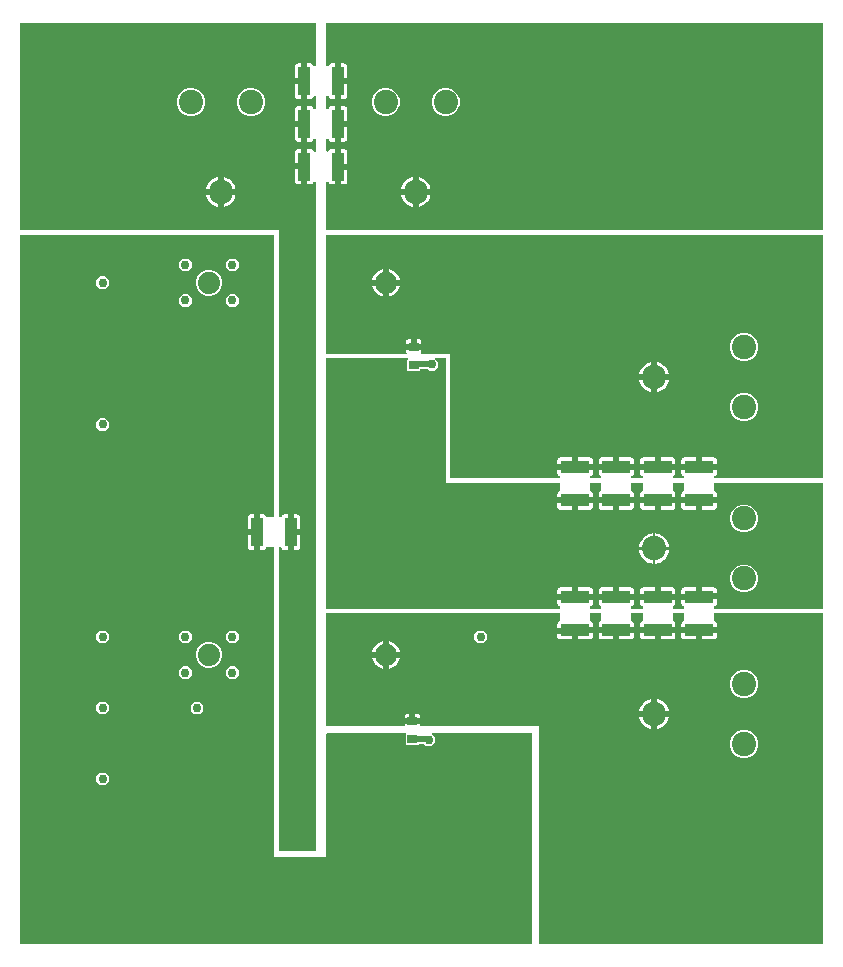
<source format=gbr>
G04 EAGLE Gerber RS-274X export*
G75*
%MOMM*%
%FSLAX34Y34*%
%LPD*%
%INBottom Copper*%
%IPPOS*%
%AMOC8*
5,1,8,0,0,1.08239X$1,22.5*%
G01*
%ADD10R,1.061200X2.489200*%
%ADD11R,0.812800X0.756400*%
%ADD12C,2.057400*%
%ADD13C,1.879600*%
%ADD14R,2.489200X1.061200*%
%ADD15C,0.756400*%
%ADD16C,0.500000*%
%ADD17C,0.550000*%

G36*
X433008Y10162D02*
X433008Y10162D01*
X433017Y10161D01*
X433105Y10182D01*
X433195Y10200D01*
X433202Y10205D01*
X433210Y10207D01*
X433283Y10261D01*
X433359Y10313D01*
X433363Y10320D01*
X433370Y10325D01*
X433417Y10403D01*
X433466Y10480D01*
X433467Y10489D01*
X433472Y10496D01*
X433499Y10660D01*
X433499Y188000D01*
X433498Y188008D01*
X433499Y188017D01*
X433478Y188105D01*
X433460Y188195D01*
X433455Y188202D01*
X433453Y188210D01*
X433399Y188283D01*
X433347Y188359D01*
X433340Y188363D01*
X433335Y188370D01*
X433257Y188417D01*
X433180Y188466D01*
X433171Y188467D01*
X433164Y188472D01*
X433000Y188499D01*
X349211Y188499D01*
X349207Y188498D01*
X349203Y188499D01*
X349109Y188479D01*
X349016Y188460D01*
X349013Y188457D01*
X349008Y188456D01*
X348931Y188401D01*
X348852Y188347D01*
X348850Y188344D01*
X348846Y188341D01*
X348797Y188260D01*
X348745Y188180D01*
X348744Y188175D01*
X348742Y188172D01*
X348728Y188078D01*
X348712Y187983D01*
X348713Y187979D01*
X348712Y187975D01*
X348736Y187883D01*
X348758Y187790D01*
X348760Y187787D01*
X348761Y187783D01*
X348858Y187647D01*
X351307Y185198D01*
X351307Y180802D01*
X348198Y177693D01*
X343802Y177693D01*
X342385Y179110D01*
X342375Y179117D01*
X342367Y179127D01*
X342292Y179172D01*
X342219Y179220D01*
X342207Y179222D01*
X342196Y179229D01*
X342032Y179256D01*
X338334Y179256D01*
X338322Y179254D01*
X338310Y179256D01*
X338225Y179234D01*
X338139Y179217D01*
X338129Y179210D01*
X338117Y179206D01*
X337981Y179110D01*
X337096Y178224D01*
X327704Y178224D01*
X326811Y179117D01*
X326811Y188000D01*
X326810Y188008D01*
X326811Y188017D01*
X326790Y188105D01*
X326772Y188195D01*
X326767Y188202D01*
X326765Y188210D01*
X326711Y188283D01*
X326659Y188359D01*
X326652Y188363D01*
X326647Y188370D01*
X326569Y188417D01*
X326492Y188466D01*
X326483Y188467D01*
X326476Y188472D01*
X326312Y188499D01*
X260000Y188499D01*
X259992Y188498D01*
X259983Y188499D01*
X259895Y188478D01*
X259805Y188460D01*
X259798Y188455D01*
X259790Y188453D01*
X259717Y188399D01*
X259641Y188347D01*
X259637Y188340D01*
X259630Y188335D01*
X259583Y188257D01*
X259534Y188180D01*
X259533Y188171D01*
X259528Y188164D01*
X259501Y188000D01*
X259501Y83499D01*
X215499Y83499D01*
X215499Y345600D01*
X215498Y345608D01*
X215499Y345617D01*
X215478Y345705D01*
X215460Y345795D01*
X215455Y345802D01*
X215453Y345810D01*
X215399Y345883D01*
X215347Y345959D01*
X215340Y345963D01*
X215335Y345970D01*
X215257Y346017D01*
X215180Y346066D01*
X215171Y346067D01*
X215164Y346072D01*
X215000Y346099D01*
X209055Y346099D01*
X209013Y346091D01*
X208970Y346092D01*
X208916Y346071D01*
X208860Y346060D01*
X208825Y346035D01*
X208784Y346019D01*
X208743Y345979D01*
X208696Y345947D01*
X208673Y345911D01*
X208642Y345880D01*
X208613Y345816D01*
X208589Y345780D01*
X208585Y345757D01*
X208573Y345729D01*
X208478Y345373D01*
X208143Y344794D01*
X207670Y344321D01*
X207091Y343986D01*
X206444Y343813D01*
X201803Y343813D01*
X201803Y358300D01*
X201801Y358308D01*
X201803Y358316D01*
X201782Y358405D01*
X201764Y358495D01*
X201759Y358502D01*
X201757Y358510D01*
X201703Y358583D01*
X201651Y358659D01*
X201644Y358663D01*
X201639Y358670D01*
X201561Y358716D01*
X201483Y358766D01*
X201475Y358767D01*
X201468Y358771D01*
X201304Y358799D01*
X200803Y358799D01*
X200803Y358801D01*
X201304Y358801D01*
X201312Y358803D01*
X201320Y358801D01*
X201409Y358822D01*
X201499Y358840D01*
X201506Y358845D01*
X201514Y358847D01*
X201587Y358901D01*
X201663Y358953D01*
X201667Y358960D01*
X201674Y358965D01*
X201720Y359043D01*
X201770Y359121D01*
X201771Y359129D01*
X201775Y359136D01*
X201803Y359300D01*
X201803Y373787D01*
X206444Y373787D01*
X207091Y373614D01*
X207670Y373279D01*
X208143Y372806D01*
X208478Y372227D01*
X208573Y371871D01*
X208592Y371832D01*
X208602Y371790D01*
X208636Y371744D01*
X208662Y371693D01*
X208695Y371665D01*
X208720Y371630D01*
X208769Y371601D01*
X208813Y371564D01*
X208854Y371551D01*
X208891Y371528D01*
X208961Y371517D01*
X209002Y371504D01*
X209026Y371506D01*
X209055Y371501D01*
X215000Y371501D01*
X215008Y371502D01*
X215017Y371501D01*
X215105Y371522D01*
X215195Y371540D01*
X215202Y371545D01*
X215210Y371547D01*
X215283Y371601D01*
X215359Y371653D01*
X215363Y371660D01*
X215370Y371665D01*
X215417Y371743D01*
X215466Y371820D01*
X215467Y371829D01*
X215472Y371836D01*
X215499Y372000D01*
X215499Y610000D01*
X215498Y610008D01*
X215499Y610017D01*
X215478Y610105D01*
X215460Y610195D01*
X215455Y610202D01*
X215453Y610210D01*
X215399Y610283D01*
X215347Y610359D01*
X215340Y610363D01*
X215335Y610370D01*
X215257Y610417D01*
X215180Y610466D01*
X215171Y610467D01*
X215164Y610472D01*
X215000Y610499D01*
X660Y610499D01*
X652Y610498D01*
X643Y610499D01*
X555Y610478D01*
X465Y610460D01*
X458Y610455D01*
X450Y610453D01*
X377Y610399D01*
X301Y610347D01*
X297Y610340D01*
X290Y610335D01*
X243Y610257D01*
X194Y610180D01*
X193Y610171D01*
X188Y610164D01*
X161Y610000D01*
X161Y10660D01*
X162Y10652D01*
X161Y10643D01*
X182Y10555D01*
X200Y10465D01*
X205Y10458D01*
X207Y10450D01*
X261Y10377D01*
X313Y10301D01*
X320Y10297D01*
X325Y10290D01*
X403Y10243D01*
X480Y10194D01*
X489Y10193D01*
X496Y10188D01*
X660Y10161D01*
X433000Y10161D01*
X433008Y10162D01*
G37*
G36*
X679348Y10162D02*
X679348Y10162D01*
X679357Y10161D01*
X679445Y10182D01*
X679535Y10200D01*
X679542Y10205D01*
X679550Y10207D01*
X679623Y10261D01*
X679699Y10313D01*
X679703Y10320D01*
X679710Y10325D01*
X679757Y10403D01*
X679806Y10480D01*
X679807Y10489D01*
X679812Y10496D01*
X679839Y10660D01*
X679839Y290000D01*
X679838Y290008D01*
X679839Y290017D01*
X679818Y290105D01*
X679800Y290195D01*
X679795Y290202D01*
X679793Y290210D01*
X679739Y290283D01*
X679687Y290359D01*
X679680Y290363D01*
X679675Y290370D01*
X679597Y290417D01*
X679520Y290466D01*
X679511Y290467D01*
X679504Y290472D01*
X679340Y290499D01*
X588200Y290499D01*
X588192Y290498D01*
X588183Y290499D01*
X588095Y290478D01*
X588005Y290460D01*
X587998Y290455D01*
X587990Y290453D01*
X587917Y290399D01*
X587841Y290347D01*
X587837Y290340D01*
X587830Y290335D01*
X587783Y290257D01*
X587734Y290180D01*
X587733Y290171D01*
X587728Y290164D01*
X587701Y290000D01*
X587701Y284055D01*
X587709Y284013D01*
X587708Y283970D01*
X587729Y283916D01*
X587740Y283860D01*
X587765Y283825D01*
X587781Y283784D01*
X587821Y283744D01*
X587853Y283696D01*
X587889Y283673D01*
X587919Y283642D01*
X587984Y283613D01*
X588020Y283589D01*
X588043Y283585D01*
X588071Y283573D01*
X588427Y283478D01*
X589006Y283143D01*
X589479Y282670D01*
X589814Y282091D01*
X589987Y281444D01*
X589987Y276803D01*
X575500Y276803D01*
X575492Y276801D01*
X575484Y276803D01*
X575395Y276782D01*
X575305Y276764D01*
X575298Y276759D01*
X575290Y276757D01*
X575217Y276703D01*
X575141Y276651D01*
X575137Y276644D01*
X575130Y276639D01*
X575084Y276561D01*
X575034Y276483D01*
X575033Y276475D01*
X575029Y276468D01*
X575001Y276304D01*
X575001Y275803D01*
X574999Y275803D01*
X574999Y276304D01*
X574997Y276312D01*
X574999Y276320D01*
X574978Y276409D01*
X574960Y276499D01*
X574955Y276506D01*
X574953Y276514D01*
X574899Y276587D01*
X574847Y276663D01*
X574840Y276667D01*
X574835Y276674D01*
X574757Y276720D01*
X574679Y276770D01*
X574671Y276771D01*
X574664Y276775D01*
X574500Y276803D01*
X560013Y276803D01*
X560013Y281444D01*
X560186Y282091D01*
X560521Y282670D01*
X560994Y283143D01*
X561573Y283478D01*
X561929Y283573D01*
X561968Y283592D01*
X562010Y283602D01*
X562056Y283636D01*
X562107Y283662D01*
X562135Y283695D01*
X562170Y283720D01*
X562199Y283769D01*
X562236Y283813D01*
X562250Y283854D01*
X562272Y283891D01*
X562283Y283961D01*
X562296Y284002D01*
X562294Y284026D01*
X562299Y284055D01*
X562299Y290000D01*
X562298Y290008D01*
X562299Y290017D01*
X562278Y290105D01*
X562260Y290195D01*
X562255Y290202D01*
X562253Y290210D01*
X562199Y290283D01*
X562147Y290359D01*
X562140Y290363D01*
X562135Y290370D01*
X562057Y290417D01*
X561980Y290466D01*
X561971Y290467D01*
X561964Y290472D01*
X561800Y290499D01*
X553200Y290499D01*
X553192Y290498D01*
X553183Y290499D01*
X553095Y290478D01*
X553005Y290460D01*
X552998Y290455D01*
X552990Y290453D01*
X552917Y290399D01*
X552841Y290347D01*
X552837Y290340D01*
X552830Y290335D01*
X552783Y290257D01*
X552734Y290180D01*
X552733Y290171D01*
X552728Y290164D01*
X552701Y290000D01*
X552701Y284055D01*
X552709Y284013D01*
X552708Y283970D01*
X552729Y283916D01*
X552740Y283860D01*
X552765Y283825D01*
X552781Y283784D01*
X552821Y283744D01*
X552853Y283696D01*
X552889Y283673D01*
X552919Y283642D01*
X552984Y283613D01*
X553020Y283589D01*
X553043Y283585D01*
X553071Y283573D01*
X553427Y283478D01*
X554006Y283143D01*
X554479Y282670D01*
X554814Y282091D01*
X554987Y281444D01*
X554987Y276803D01*
X540500Y276803D01*
X540492Y276801D01*
X540484Y276803D01*
X540395Y276782D01*
X540305Y276764D01*
X540298Y276759D01*
X540290Y276757D01*
X540217Y276703D01*
X540141Y276651D01*
X540137Y276644D01*
X540130Y276639D01*
X540084Y276561D01*
X540034Y276483D01*
X540033Y276475D01*
X540029Y276468D01*
X540001Y276304D01*
X540001Y275803D01*
X539999Y275803D01*
X539999Y276304D01*
X539997Y276312D01*
X539999Y276320D01*
X539978Y276409D01*
X539960Y276499D01*
X539955Y276506D01*
X539953Y276514D01*
X539899Y276587D01*
X539847Y276663D01*
X539840Y276667D01*
X539835Y276674D01*
X539757Y276720D01*
X539679Y276770D01*
X539671Y276771D01*
X539664Y276775D01*
X539500Y276803D01*
X525013Y276803D01*
X525013Y281444D01*
X525186Y282091D01*
X525521Y282670D01*
X525994Y283143D01*
X526573Y283478D01*
X526929Y283573D01*
X526968Y283592D01*
X527010Y283602D01*
X527056Y283636D01*
X527107Y283662D01*
X527135Y283695D01*
X527170Y283720D01*
X527199Y283769D01*
X527236Y283813D01*
X527250Y283854D01*
X527272Y283891D01*
X527283Y283961D01*
X527296Y284002D01*
X527294Y284026D01*
X527299Y284055D01*
X527299Y290000D01*
X527298Y290008D01*
X527299Y290017D01*
X527278Y290105D01*
X527260Y290195D01*
X527255Y290202D01*
X527253Y290210D01*
X527199Y290283D01*
X527147Y290359D01*
X527140Y290363D01*
X527135Y290370D01*
X527057Y290417D01*
X526980Y290466D01*
X526971Y290467D01*
X526964Y290472D01*
X526800Y290499D01*
X518200Y290499D01*
X518192Y290498D01*
X518183Y290499D01*
X518095Y290478D01*
X518005Y290460D01*
X517998Y290455D01*
X517990Y290453D01*
X517917Y290399D01*
X517841Y290347D01*
X517837Y290340D01*
X517830Y290335D01*
X517783Y290257D01*
X517734Y290180D01*
X517733Y290171D01*
X517728Y290164D01*
X517701Y290000D01*
X517701Y284055D01*
X517709Y284013D01*
X517708Y283970D01*
X517729Y283916D01*
X517740Y283860D01*
X517765Y283825D01*
X517781Y283784D01*
X517821Y283744D01*
X517853Y283696D01*
X517889Y283673D01*
X517919Y283642D01*
X517984Y283613D01*
X518020Y283589D01*
X518043Y283585D01*
X518071Y283573D01*
X518427Y283478D01*
X519006Y283143D01*
X519479Y282670D01*
X519814Y282091D01*
X519987Y281444D01*
X519987Y276803D01*
X505500Y276803D01*
X505492Y276801D01*
X505484Y276803D01*
X505395Y276782D01*
X505305Y276764D01*
X505298Y276759D01*
X505290Y276757D01*
X505217Y276703D01*
X505141Y276651D01*
X505137Y276644D01*
X505130Y276639D01*
X505084Y276561D01*
X505034Y276483D01*
X505033Y276475D01*
X505029Y276468D01*
X505001Y276304D01*
X505001Y275803D01*
X504999Y275803D01*
X504999Y276304D01*
X504997Y276312D01*
X504999Y276320D01*
X504978Y276409D01*
X504960Y276499D01*
X504955Y276506D01*
X504953Y276514D01*
X504899Y276587D01*
X504847Y276663D01*
X504840Y276667D01*
X504835Y276674D01*
X504757Y276720D01*
X504679Y276770D01*
X504671Y276771D01*
X504664Y276775D01*
X504500Y276803D01*
X490013Y276803D01*
X490013Y281444D01*
X490186Y282091D01*
X490521Y282670D01*
X490994Y283143D01*
X491573Y283478D01*
X491929Y283573D01*
X491968Y283592D01*
X492010Y283602D01*
X492056Y283636D01*
X492107Y283662D01*
X492135Y283695D01*
X492170Y283720D01*
X492199Y283769D01*
X492236Y283813D01*
X492250Y283854D01*
X492272Y283891D01*
X492283Y283961D01*
X492296Y284002D01*
X492294Y284026D01*
X492299Y284055D01*
X492299Y290000D01*
X492298Y290008D01*
X492299Y290017D01*
X492278Y290105D01*
X492260Y290195D01*
X492255Y290202D01*
X492253Y290210D01*
X492199Y290283D01*
X492147Y290359D01*
X492140Y290363D01*
X492135Y290370D01*
X492057Y290417D01*
X491980Y290466D01*
X491971Y290467D01*
X491964Y290472D01*
X491800Y290499D01*
X483200Y290499D01*
X483192Y290498D01*
X483183Y290499D01*
X483095Y290478D01*
X483005Y290460D01*
X482998Y290455D01*
X482990Y290453D01*
X482917Y290399D01*
X482841Y290347D01*
X482837Y290340D01*
X482830Y290335D01*
X482783Y290257D01*
X482734Y290180D01*
X482733Y290171D01*
X482728Y290164D01*
X482701Y290000D01*
X482701Y284055D01*
X482709Y284013D01*
X482708Y283970D01*
X482729Y283916D01*
X482740Y283860D01*
X482765Y283825D01*
X482781Y283784D01*
X482821Y283744D01*
X482853Y283696D01*
X482889Y283673D01*
X482919Y283642D01*
X482984Y283613D01*
X483020Y283589D01*
X483043Y283585D01*
X483071Y283573D01*
X483427Y283478D01*
X484006Y283143D01*
X484479Y282670D01*
X484814Y282091D01*
X484987Y281444D01*
X484987Y276803D01*
X470500Y276803D01*
X470492Y276801D01*
X470484Y276803D01*
X470395Y276782D01*
X470305Y276764D01*
X470298Y276759D01*
X470290Y276757D01*
X470217Y276703D01*
X470141Y276651D01*
X470137Y276644D01*
X470130Y276639D01*
X470084Y276561D01*
X470034Y276483D01*
X470033Y276475D01*
X470029Y276468D01*
X470001Y276304D01*
X470001Y275803D01*
X469999Y275803D01*
X469999Y276304D01*
X469997Y276312D01*
X469999Y276320D01*
X469978Y276409D01*
X469960Y276499D01*
X469955Y276506D01*
X469953Y276514D01*
X469899Y276587D01*
X469847Y276663D01*
X469840Y276667D01*
X469835Y276674D01*
X469757Y276720D01*
X469679Y276770D01*
X469671Y276771D01*
X469664Y276775D01*
X469500Y276803D01*
X455013Y276803D01*
X455013Y281444D01*
X455186Y282091D01*
X455521Y282670D01*
X455994Y283143D01*
X456573Y283478D01*
X456929Y283573D01*
X456968Y283592D01*
X457010Y283602D01*
X457056Y283636D01*
X457107Y283662D01*
X457135Y283695D01*
X457170Y283720D01*
X457199Y283769D01*
X457236Y283813D01*
X457250Y283854D01*
X457272Y283891D01*
X457283Y283961D01*
X457296Y284002D01*
X457294Y284026D01*
X457299Y284055D01*
X457299Y290000D01*
X457298Y290008D01*
X457299Y290017D01*
X457278Y290105D01*
X457260Y290195D01*
X457255Y290202D01*
X457253Y290210D01*
X457199Y290283D01*
X457147Y290359D01*
X457140Y290363D01*
X457135Y290370D01*
X457057Y290417D01*
X456980Y290466D01*
X456971Y290467D01*
X456964Y290472D01*
X456800Y290499D01*
X260000Y290499D01*
X259992Y290498D01*
X259983Y290499D01*
X259895Y290478D01*
X259805Y290460D01*
X259798Y290455D01*
X259790Y290453D01*
X259717Y290399D01*
X259641Y290347D01*
X259637Y290340D01*
X259630Y290335D01*
X259583Y290257D01*
X259534Y290180D01*
X259533Y290171D01*
X259528Y290164D01*
X259501Y290000D01*
X259501Y195000D01*
X259502Y194992D01*
X259501Y194983D01*
X259522Y194895D01*
X259540Y194805D01*
X259545Y194798D01*
X259547Y194790D01*
X259601Y194717D01*
X259653Y194641D01*
X259660Y194637D01*
X259665Y194630D01*
X259743Y194583D01*
X259820Y194534D01*
X259829Y194533D01*
X259836Y194528D01*
X260000Y194501D01*
X325296Y194501D01*
X325304Y194502D01*
X325313Y194501D01*
X325401Y194522D01*
X325491Y194540D01*
X325498Y194545D01*
X325506Y194547D01*
X325579Y194601D01*
X325655Y194653D01*
X325659Y194660D01*
X325666Y194665D01*
X325713Y194743D01*
X325762Y194820D01*
X325763Y194829D01*
X325768Y194836D01*
X325795Y195000D01*
X325795Y197970D01*
X331900Y197970D01*
X331908Y197971D01*
X331916Y197970D01*
X332005Y197991D01*
X332095Y198009D01*
X332102Y198014D01*
X332110Y198016D01*
X332183Y198070D01*
X332259Y198122D01*
X332263Y198129D01*
X332270Y198134D01*
X332316Y198212D01*
X332366Y198289D01*
X332367Y198298D01*
X332371Y198305D01*
X332399Y198469D01*
X332399Y198970D01*
X332401Y198970D01*
X332401Y198469D01*
X332403Y198461D01*
X332401Y198453D01*
X332422Y198364D01*
X332440Y198274D01*
X332445Y198267D01*
X332447Y198259D01*
X332501Y198186D01*
X332553Y198110D01*
X332560Y198106D01*
X332565Y198099D01*
X332643Y198053D01*
X332721Y198003D01*
X332729Y198002D01*
X332736Y197998D01*
X332900Y197970D01*
X339005Y197970D01*
X339005Y195000D01*
X339006Y194992D01*
X339005Y194983D01*
X339026Y194895D01*
X339044Y194805D01*
X339049Y194798D01*
X339051Y194790D01*
X339105Y194717D01*
X339157Y194641D01*
X339164Y194637D01*
X339169Y194630D01*
X339247Y194583D01*
X339324Y194534D01*
X339333Y194533D01*
X339340Y194528D01*
X339504Y194501D01*
X439501Y194501D01*
X439501Y10660D01*
X439502Y10652D01*
X439501Y10643D01*
X439522Y10555D01*
X439540Y10465D01*
X439545Y10458D01*
X439547Y10450D01*
X439601Y10377D01*
X439653Y10301D01*
X439660Y10297D01*
X439665Y10290D01*
X439743Y10243D01*
X439820Y10194D01*
X439829Y10193D01*
X439836Y10188D01*
X440000Y10161D01*
X679340Y10161D01*
X679348Y10162D01*
G37*
G36*
X456808Y404502D02*
X456808Y404502D01*
X456817Y404501D01*
X456905Y404522D01*
X456995Y404540D01*
X457002Y404545D01*
X457010Y404547D01*
X457083Y404601D01*
X457159Y404653D01*
X457163Y404660D01*
X457170Y404665D01*
X457217Y404743D01*
X457266Y404820D01*
X457267Y404829D01*
X457272Y404836D01*
X457299Y405000D01*
X457299Y405945D01*
X457291Y405987D01*
X457292Y406030D01*
X457271Y406084D01*
X457260Y406140D01*
X457235Y406175D01*
X457219Y406216D01*
X457179Y406256D01*
X457147Y406304D01*
X457111Y406327D01*
X457081Y406358D01*
X457016Y406387D01*
X456980Y406411D01*
X456957Y406415D01*
X456929Y406427D01*
X456573Y406522D01*
X455994Y406857D01*
X455521Y407330D01*
X455186Y407909D01*
X455013Y408556D01*
X455013Y413197D01*
X469500Y413197D01*
X469508Y413198D01*
X469516Y413197D01*
X469605Y413218D01*
X469695Y413236D01*
X469702Y413241D01*
X469710Y413243D01*
X469783Y413297D01*
X469859Y413349D01*
X469863Y413356D01*
X469870Y413361D01*
X469916Y413439D01*
X469966Y413516D01*
X469967Y413525D01*
X469971Y413532D01*
X469999Y413696D01*
X469999Y414197D01*
X470001Y414197D01*
X470001Y413696D01*
X470003Y413688D01*
X470001Y413680D01*
X470022Y413591D01*
X470040Y413501D01*
X470045Y413494D01*
X470047Y413486D01*
X470101Y413413D01*
X470153Y413337D01*
X470160Y413333D01*
X470165Y413326D01*
X470243Y413280D01*
X470321Y413230D01*
X470329Y413229D01*
X470336Y413225D01*
X470500Y413197D01*
X484987Y413197D01*
X484987Y408556D01*
X484814Y407909D01*
X484479Y407330D01*
X484006Y406857D01*
X483427Y406522D01*
X483071Y406427D01*
X483032Y406408D01*
X482990Y406398D01*
X482944Y406364D01*
X482893Y406338D01*
X482865Y406305D01*
X482830Y406280D01*
X482801Y406231D01*
X482764Y406187D01*
X482750Y406146D01*
X482728Y406109D01*
X482717Y406039D01*
X482704Y405998D01*
X482706Y405974D01*
X482701Y405945D01*
X482701Y405000D01*
X482702Y404992D01*
X482701Y404983D01*
X482722Y404895D01*
X482740Y404805D01*
X482745Y404798D01*
X482747Y404790D01*
X482801Y404717D01*
X482853Y404641D01*
X482860Y404637D01*
X482865Y404630D01*
X482943Y404583D01*
X483020Y404534D01*
X483029Y404533D01*
X483036Y404528D01*
X483200Y404501D01*
X491800Y404501D01*
X491808Y404502D01*
X491817Y404501D01*
X491905Y404522D01*
X491995Y404540D01*
X492002Y404545D01*
X492010Y404547D01*
X492083Y404601D01*
X492159Y404653D01*
X492163Y404660D01*
X492170Y404665D01*
X492217Y404743D01*
X492266Y404820D01*
X492267Y404829D01*
X492272Y404836D01*
X492299Y405000D01*
X492299Y405945D01*
X492291Y405987D01*
X492292Y406030D01*
X492271Y406084D01*
X492260Y406140D01*
X492235Y406175D01*
X492219Y406216D01*
X492179Y406256D01*
X492147Y406304D01*
X492111Y406327D01*
X492081Y406358D01*
X492016Y406387D01*
X491980Y406411D01*
X491957Y406415D01*
X491929Y406427D01*
X491573Y406522D01*
X490994Y406857D01*
X490521Y407330D01*
X490186Y407909D01*
X490013Y408556D01*
X490013Y413197D01*
X504500Y413197D01*
X504508Y413198D01*
X504516Y413197D01*
X504605Y413218D01*
X504695Y413236D01*
X504702Y413241D01*
X504710Y413243D01*
X504783Y413297D01*
X504859Y413349D01*
X504863Y413356D01*
X504870Y413361D01*
X504916Y413439D01*
X504966Y413516D01*
X504967Y413525D01*
X504971Y413532D01*
X504999Y413696D01*
X504999Y414197D01*
X505001Y414197D01*
X505001Y413696D01*
X505003Y413688D01*
X505001Y413680D01*
X505022Y413591D01*
X505040Y413501D01*
X505045Y413494D01*
X505047Y413486D01*
X505101Y413413D01*
X505153Y413337D01*
X505160Y413333D01*
X505165Y413326D01*
X505243Y413280D01*
X505321Y413230D01*
X505329Y413229D01*
X505336Y413225D01*
X505500Y413197D01*
X519987Y413197D01*
X519987Y408556D01*
X519814Y407909D01*
X519479Y407330D01*
X519006Y406857D01*
X518427Y406522D01*
X518071Y406427D01*
X518032Y406408D01*
X517990Y406398D01*
X517944Y406364D01*
X517893Y406338D01*
X517865Y406305D01*
X517830Y406280D01*
X517801Y406231D01*
X517764Y406187D01*
X517750Y406146D01*
X517728Y406109D01*
X517717Y406039D01*
X517704Y405998D01*
X517706Y405974D01*
X517701Y405945D01*
X517701Y405000D01*
X517702Y404992D01*
X517701Y404983D01*
X517722Y404895D01*
X517740Y404805D01*
X517745Y404798D01*
X517747Y404790D01*
X517801Y404717D01*
X517853Y404641D01*
X517860Y404637D01*
X517865Y404630D01*
X517943Y404583D01*
X518020Y404534D01*
X518029Y404533D01*
X518036Y404528D01*
X518200Y404501D01*
X526800Y404501D01*
X526808Y404502D01*
X526817Y404501D01*
X526905Y404522D01*
X526995Y404540D01*
X527002Y404545D01*
X527010Y404547D01*
X527083Y404601D01*
X527159Y404653D01*
X527163Y404660D01*
X527170Y404665D01*
X527217Y404743D01*
X527266Y404820D01*
X527267Y404829D01*
X527272Y404836D01*
X527299Y405000D01*
X527299Y405945D01*
X527291Y405987D01*
X527292Y406030D01*
X527271Y406084D01*
X527260Y406140D01*
X527235Y406175D01*
X527219Y406216D01*
X527179Y406256D01*
X527147Y406304D01*
X527111Y406327D01*
X527081Y406358D01*
X527016Y406387D01*
X526980Y406411D01*
X526957Y406415D01*
X526929Y406427D01*
X526573Y406522D01*
X525994Y406857D01*
X525521Y407330D01*
X525186Y407909D01*
X525013Y408556D01*
X525013Y413197D01*
X539500Y413197D01*
X539508Y413198D01*
X539516Y413197D01*
X539605Y413218D01*
X539695Y413236D01*
X539702Y413241D01*
X539710Y413243D01*
X539783Y413297D01*
X539859Y413349D01*
X539863Y413356D01*
X539870Y413361D01*
X539916Y413439D01*
X539966Y413516D01*
X539967Y413525D01*
X539971Y413532D01*
X539999Y413696D01*
X539999Y414197D01*
X540001Y414197D01*
X540001Y413696D01*
X540003Y413688D01*
X540001Y413680D01*
X540022Y413591D01*
X540040Y413501D01*
X540045Y413494D01*
X540047Y413486D01*
X540101Y413413D01*
X540153Y413337D01*
X540160Y413333D01*
X540165Y413326D01*
X540243Y413280D01*
X540321Y413230D01*
X540329Y413229D01*
X540336Y413225D01*
X540500Y413197D01*
X554987Y413197D01*
X554987Y408556D01*
X554814Y407909D01*
X554479Y407330D01*
X554006Y406857D01*
X553427Y406522D01*
X553071Y406427D01*
X553032Y406408D01*
X552990Y406398D01*
X552944Y406364D01*
X552893Y406338D01*
X552865Y406305D01*
X552830Y406280D01*
X552801Y406231D01*
X552764Y406187D01*
X552750Y406146D01*
X552728Y406109D01*
X552717Y406039D01*
X552704Y405998D01*
X552706Y405974D01*
X552701Y405945D01*
X552701Y405000D01*
X552702Y404992D01*
X552701Y404983D01*
X552722Y404895D01*
X552740Y404805D01*
X552745Y404798D01*
X552747Y404790D01*
X552801Y404717D01*
X552853Y404641D01*
X552860Y404637D01*
X552865Y404630D01*
X552943Y404583D01*
X553020Y404534D01*
X553029Y404533D01*
X553036Y404528D01*
X553200Y404501D01*
X561800Y404501D01*
X561808Y404502D01*
X561817Y404501D01*
X561905Y404522D01*
X561995Y404540D01*
X562002Y404545D01*
X562010Y404547D01*
X562083Y404601D01*
X562159Y404653D01*
X562163Y404660D01*
X562170Y404665D01*
X562217Y404743D01*
X562266Y404820D01*
X562267Y404829D01*
X562272Y404836D01*
X562299Y405000D01*
X562299Y405945D01*
X562291Y405987D01*
X562292Y406030D01*
X562271Y406084D01*
X562260Y406140D01*
X562235Y406175D01*
X562219Y406216D01*
X562179Y406256D01*
X562147Y406304D01*
X562111Y406327D01*
X562081Y406358D01*
X562016Y406387D01*
X561980Y406411D01*
X561957Y406415D01*
X561929Y406427D01*
X561573Y406522D01*
X560994Y406857D01*
X560521Y407330D01*
X560186Y407909D01*
X560013Y408556D01*
X560013Y413197D01*
X574500Y413197D01*
X574508Y413198D01*
X574516Y413197D01*
X574605Y413218D01*
X574695Y413236D01*
X574702Y413241D01*
X574710Y413243D01*
X574783Y413297D01*
X574859Y413349D01*
X574863Y413356D01*
X574870Y413361D01*
X574916Y413439D01*
X574966Y413516D01*
X574967Y413525D01*
X574971Y413532D01*
X574999Y413696D01*
X574999Y414197D01*
X575001Y414197D01*
X575001Y413696D01*
X575003Y413688D01*
X575001Y413680D01*
X575022Y413591D01*
X575040Y413501D01*
X575045Y413494D01*
X575047Y413486D01*
X575101Y413413D01*
X575153Y413337D01*
X575160Y413333D01*
X575165Y413326D01*
X575243Y413280D01*
X575321Y413230D01*
X575329Y413229D01*
X575336Y413225D01*
X575500Y413197D01*
X589987Y413197D01*
X589987Y408556D01*
X589814Y407909D01*
X589479Y407330D01*
X589006Y406857D01*
X588427Y406522D01*
X588071Y406427D01*
X588032Y406408D01*
X587990Y406398D01*
X587944Y406364D01*
X587893Y406338D01*
X587865Y406305D01*
X587830Y406280D01*
X587801Y406231D01*
X587764Y406187D01*
X587750Y406146D01*
X587728Y406109D01*
X587717Y406039D01*
X587704Y405998D01*
X587706Y405974D01*
X587701Y405945D01*
X587701Y405000D01*
X587702Y404992D01*
X587701Y404983D01*
X587722Y404895D01*
X587740Y404805D01*
X587745Y404798D01*
X587747Y404790D01*
X587801Y404717D01*
X587853Y404641D01*
X587860Y404637D01*
X587865Y404630D01*
X587943Y404583D01*
X588020Y404534D01*
X588029Y404533D01*
X588036Y404528D01*
X588200Y404501D01*
X679340Y404501D01*
X679348Y404502D01*
X679357Y404501D01*
X679445Y404522D01*
X679535Y404540D01*
X679542Y404545D01*
X679550Y404547D01*
X679623Y404601D01*
X679699Y404653D01*
X679703Y404660D01*
X679710Y404665D01*
X679757Y404743D01*
X679806Y404820D01*
X679807Y404829D01*
X679812Y404836D01*
X679839Y405000D01*
X679839Y610000D01*
X679838Y610008D01*
X679839Y610017D01*
X679818Y610105D01*
X679800Y610195D01*
X679795Y610202D01*
X679793Y610210D01*
X679739Y610283D01*
X679687Y610359D01*
X679680Y610363D01*
X679675Y610370D01*
X679597Y610417D01*
X679520Y610466D01*
X679511Y610467D01*
X679504Y610472D01*
X679340Y610499D01*
X260000Y610499D01*
X259992Y610498D01*
X259983Y610499D01*
X259895Y610478D01*
X259805Y610460D01*
X259798Y610455D01*
X259790Y610453D01*
X259717Y610399D01*
X259641Y610347D01*
X259637Y610340D01*
X259630Y610335D01*
X259583Y610257D01*
X259534Y610180D01*
X259533Y610171D01*
X259528Y610164D01*
X259501Y610000D01*
X259501Y510000D01*
X259502Y509992D01*
X259501Y509983D01*
X259522Y509895D01*
X259540Y509805D01*
X259545Y509798D01*
X259547Y509790D01*
X259601Y509717D01*
X259653Y509641D01*
X259660Y509637D01*
X259665Y509630D01*
X259743Y509583D01*
X259820Y509534D01*
X259829Y509533D01*
X259836Y509528D01*
X260000Y509501D01*
X327074Y509501D01*
X327078Y509502D01*
X327082Y509501D01*
X327175Y509521D01*
X327269Y509540D01*
X327272Y509543D01*
X327276Y509544D01*
X327354Y509599D01*
X327433Y509653D01*
X327435Y509656D01*
X327438Y509659D01*
X327489Y509740D01*
X327540Y509820D01*
X327540Y509825D01*
X327543Y509828D01*
X327557Y509923D01*
X327573Y510017D01*
X327572Y510021D01*
X327572Y510025D01*
X327549Y510118D01*
X327527Y510210D01*
X327524Y510213D01*
X327523Y510217D01*
X327427Y510353D01*
X327303Y510477D01*
X326968Y511056D01*
X326795Y511703D01*
X326795Y514820D01*
X332900Y514820D01*
X332908Y514821D01*
X332916Y514820D01*
X333005Y514841D01*
X333095Y514859D01*
X333102Y514864D01*
X333110Y514866D01*
X333183Y514920D01*
X333259Y514972D01*
X333263Y514979D01*
X333270Y514984D01*
X333316Y515062D01*
X333366Y515139D01*
X333367Y515148D01*
X333371Y515155D01*
X333399Y515319D01*
X333399Y515820D01*
X333401Y515820D01*
X333401Y515319D01*
X333403Y515311D01*
X333401Y515303D01*
X333422Y515214D01*
X333440Y515124D01*
X333445Y515117D01*
X333447Y515109D01*
X333501Y515036D01*
X333553Y514960D01*
X333560Y514956D01*
X333565Y514949D01*
X333643Y514903D01*
X333721Y514853D01*
X333729Y514852D01*
X333736Y514848D01*
X333900Y514820D01*
X340005Y514820D01*
X340005Y511703D01*
X339832Y511056D01*
X339497Y510477D01*
X339373Y510353D01*
X339371Y510350D01*
X339367Y510347D01*
X339316Y510267D01*
X339263Y510187D01*
X339263Y510183D01*
X339260Y510180D01*
X339244Y510086D01*
X339227Y509992D01*
X339228Y509988D01*
X339227Y509983D01*
X339249Y509891D01*
X339270Y509798D01*
X339272Y509794D01*
X339273Y509790D01*
X339330Y509713D01*
X339385Y509636D01*
X339389Y509633D01*
X339391Y509630D01*
X339472Y509582D01*
X339554Y509531D01*
X339559Y509531D01*
X339562Y509528D01*
X339726Y509501D01*
X364501Y509501D01*
X364501Y405000D01*
X364502Y404992D01*
X364501Y404983D01*
X364522Y404895D01*
X364540Y404805D01*
X364545Y404798D01*
X364547Y404790D01*
X364601Y404717D01*
X364653Y404641D01*
X364660Y404637D01*
X364665Y404630D01*
X364743Y404583D01*
X364820Y404534D01*
X364829Y404533D01*
X364836Y404528D01*
X365000Y404501D01*
X456800Y404501D01*
X456808Y404502D01*
G37*
G36*
X679348Y614502D02*
X679348Y614502D01*
X679357Y614501D01*
X679445Y614522D01*
X679535Y614540D01*
X679542Y614545D01*
X679550Y614547D01*
X679623Y614601D01*
X679699Y614653D01*
X679703Y614660D01*
X679710Y614665D01*
X679757Y614743D01*
X679806Y614820D01*
X679807Y614829D01*
X679812Y614836D01*
X679839Y615000D01*
X679839Y789340D01*
X679838Y789348D01*
X679839Y789357D01*
X679818Y789445D01*
X679800Y789535D01*
X679795Y789542D01*
X679793Y789550D01*
X679739Y789623D01*
X679687Y789699D01*
X679680Y789703D01*
X679675Y789710D01*
X679597Y789757D01*
X679520Y789806D01*
X679511Y789807D01*
X679504Y789812D01*
X679340Y789839D01*
X260000Y789839D01*
X259992Y789838D01*
X259983Y789839D01*
X259895Y789818D01*
X259805Y789800D01*
X259798Y789795D01*
X259790Y789793D01*
X259717Y789739D01*
X259641Y789687D01*
X259637Y789680D01*
X259630Y789675D01*
X259583Y789597D01*
X259534Y789520D01*
X259533Y789511D01*
X259528Y789504D01*
X259501Y789340D01*
X259501Y753900D01*
X259502Y753892D01*
X259501Y753883D01*
X259522Y753795D01*
X259540Y753705D01*
X259545Y753698D01*
X259547Y753690D01*
X259601Y753617D01*
X259653Y753541D01*
X259660Y753537D01*
X259665Y753530D01*
X259743Y753483D01*
X259820Y753434D01*
X259829Y753433D01*
X259836Y753428D01*
X260000Y753401D01*
X260945Y753401D01*
X260987Y753409D01*
X261030Y753408D01*
X261084Y753429D01*
X261140Y753440D01*
X261175Y753465D01*
X261216Y753481D01*
X261257Y753521D01*
X261304Y753553D01*
X261327Y753589D01*
X261358Y753620D01*
X261387Y753684D01*
X261411Y753720D01*
X261415Y753743D01*
X261427Y753771D01*
X261522Y754127D01*
X261857Y754706D01*
X262330Y755179D01*
X262909Y755514D01*
X263556Y755687D01*
X268197Y755687D01*
X268197Y741200D01*
X268198Y741192D01*
X268197Y741184D01*
X268218Y741095D01*
X268236Y741005D01*
X268241Y740998D01*
X268243Y740990D01*
X268297Y740917D01*
X268349Y740841D01*
X268356Y740837D01*
X268361Y740830D01*
X268439Y740784D01*
X268516Y740734D01*
X268525Y740733D01*
X268532Y740729D01*
X268696Y740701D01*
X269197Y740701D01*
X269197Y740699D01*
X268696Y740699D01*
X268688Y740697D01*
X268680Y740699D01*
X268591Y740678D01*
X268501Y740660D01*
X268494Y740655D01*
X268486Y740653D01*
X268413Y740599D01*
X268337Y740547D01*
X268333Y740540D01*
X268326Y740535D01*
X268280Y740457D01*
X268230Y740379D01*
X268229Y740371D01*
X268225Y740364D01*
X268197Y740200D01*
X268197Y725713D01*
X263556Y725713D01*
X262909Y725886D01*
X262330Y726221D01*
X261857Y726694D01*
X261522Y727273D01*
X261427Y727629D01*
X261408Y727668D01*
X261398Y727710D01*
X261364Y727756D01*
X261338Y727807D01*
X261305Y727835D01*
X261280Y727870D01*
X261231Y727899D01*
X261187Y727936D01*
X261146Y727949D01*
X261109Y727972D01*
X261039Y727983D01*
X260998Y727996D01*
X260974Y727994D01*
X260945Y727999D01*
X260000Y727999D01*
X259992Y727998D01*
X259983Y727999D01*
X259895Y727978D01*
X259805Y727960D01*
X259798Y727955D01*
X259790Y727953D01*
X259717Y727899D01*
X259641Y727847D01*
X259637Y727840D01*
X259630Y727835D01*
X259583Y727757D01*
X259534Y727680D01*
X259533Y727671D01*
X259528Y727664D01*
X259501Y727500D01*
X259501Y717700D01*
X259502Y717692D01*
X259501Y717683D01*
X259522Y717595D01*
X259540Y717505D01*
X259545Y717498D01*
X259547Y717490D01*
X259601Y717417D01*
X259653Y717341D01*
X259660Y717337D01*
X259665Y717330D01*
X259743Y717283D01*
X259820Y717234D01*
X259829Y717233D01*
X259836Y717228D01*
X260000Y717201D01*
X260945Y717201D01*
X260987Y717209D01*
X261030Y717208D01*
X261084Y717229D01*
X261140Y717240D01*
X261175Y717265D01*
X261216Y717281D01*
X261256Y717321D01*
X261304Y717353D01*
X261327Y717389D01*
X261358Y717419D01*
X261387Y717484D01*
X261411Y717520D01*
X261415Y717543D01*
X261427Y717571D01*
X261522Y717927D01*
X261857Y718506D01*
X262330Y718979D01*
X262909Y719314D01*
X263556Y719487D01*
X268197Y719487D01*
X268197Y705000D01*
X268198Y704992D01*
X268197Y704984D01*
X268218Y704895D01*
X268236Y704805D01*
X268241Y704798D01*
X268243Y704790D01*
X268297Y704717D01*
X268349Y704641D01*
X268356Y704637D01*
X268361Y704630D01*
X268439Y704584D01*
X268516Y704534D01*
X268525Y704533D01*
X268532Y704529D01*
X268696Y704501D01*
X269197Y704501D01*
X269197Y704499D01*
X268696Y704499D01*
X268688Y704497D01*
X268680Y704499D01*
X268591Y704478D01*
X268501Y704460D01*
X268494Y704455D01*
X268486Y704453D01*
X268413Y704399D01*
X268337Y704347D01*
X268333Y704340D01*
X268326Y704335D01*
X268280Y704257D01*
X268230Y704179D01*
X268229Y704171D01*
X268225Y704164D01*
X268197Y704000D01*
X268197Y689513D01*
X263556Y689513D01*
X262909Y689686D01*
X262330Y690021D01*
X261857Y690494D01*
X261522Y691073D01*
X261427Y691429D01*
X261408Y691468D01*
X261398Y691510D01*
X261364Y691556D01*
X261338Y691607D01*
X261305Y691635D01*
X261280Y691670D01*
X261231Y691699D01*
X261187Y691736D01*
X261146Y691750D01*
X261109Y691772D01*
X261039Y691783D01*
X260998Y691796D01*
X260974Y691794D01*
X260945Y691799D01*
X260000Y691799D01*
X259992Y691798D01*
X259983Y691799D01*
X259895Y691778D01*
X259805Y691760D01*
X259798Y691755D01*
X259790Y691753D01*
X259717Y691699D01*
X259641Y691647D01*
X259637Y691640D01*
X259630Y691635D01*
X259583Y691557D01*
X259534Y691480D01*
X259533Y691471D01*
X259528Y691464D01*
X259501Y691300D01*
X259501Y681500D01*
X259502Y681492D01*
X259501Y681483D01*
X259522Y681395D01*
X259540Y681305D01*
X259545Y681298D01*
X259547Y681290D01*
X259601Y681217D01*
X259653Y681141D01*
X259660Y681137D01*
X259665Y681130D01*
X259743Y681083D01*
X259820Y681034D01*
X259829Y681033D01*
X259836Y681028D01*
X260000Y681001D01*
X260945Y681001D01*
X260987Y681009D01*
X261030Y681008D01*
X261084Y681029D01*
X261140Y681040D01*
X261175Y681065D01*
X261216Y681081D01*
X261256Y681121D01*
X261304Y681153D01*
X261327Y681189D01*
X261358Y681219D01*
X261387Y681284D01*
X261411Y681320D01*
X261415Y681343D01*
X261427Y681371D01*
X261522Y681727D01*
X261857Y682306D01*
X262330Y682779D01*
X262909Y683114D01*
X263556Y683287D01*
X268197Y683287D01*
X268197Y668800D01*
X268198Y668792D01*
X268197Y668784D01*
X268218Y668695D01*
X268236Y668605D01*
X268241Y668598D01*
X268243Y668590D01*
X268297Y668517D01*
X268349Y668441D01*
X268356Y668437D01*
X268361Y668430D01*
X268439Y668384D01*
X268516Y668334D01*
X268525Y668333D01*
X268532Y668329D01*
X268696Y668301D01*
X269197Y668301D01*
X269197Y668299D01*
X268696Y668299D01*
X268688Y668297D01*
X268680Y668299D01*
X268591Y668278D01*
X268501Y668260D01*
X268494Y668255D01*
X268486Y668253D01*
X268413Y668199D01*
X268337Y668147D01*
X268333Y668140D01*
X268326Y668135D01*
X268280Y668057D01*
X268230Y667979D01*
X268229Y667971D01*
X268225Y667964D01*
X268197Y667800D01*
X268197Y653313D01*
X263556Y653313D01*
X262909Y653486D01*
X262330Y653821D01*
X261857Y654294D01*
X261522Y654873D01*
X261427Y655229D01*
X261408Y655268D01*
X261398Y655310D01*
X261364Y655356D01*
X261338Y655407D01*
X261305Y655435D01*
X261280Y655470D01*
X261231Y655499D01*
X261187Y655536D01*
X261146Y655550D01*
X261109Y655572D01*
X261039Y655583D01*
X260998Y655596D01*
X260974Y655594D01*
X260945Y655599D01*
X260000Y655599D01*
X259992Y655598D01*
X259983Y655599D01*
X259895Y655578D01*
X259805Y655560D01*
X259798Y655555D01*
X259790Y655553D01*
X259717Y655499D01*
X259641Y655447D01*
X259637Y655440D01*
X259630Y655435D01*
X259583Y655357D01*
X259534Y655280D01*
X259533Y655271D01*
X259528Y655264D01*
X259501Y655100D01*
X259501Y615000D01*
X259502Y614992D01*
X259501Y614983D01*
X259522Y614895D01*
X259540Y614805D01*
X259545Y614798D01*
X259547Y614790D01*
X259601Y614717D01*
X259653Y614641D01*
X259660Y614637D01*
X259665Y614630D01*
X259743Y614583D01*
X259820Y614534D01*
X259829Y614533D01*
X259836Y614528D01*
X260000Y614501D01*
X679340Y614501D01*
X679348Y614502D01*
G37*
G36*
X250008Y88502D02*
X250008Y88502D01*
X250017Y88501D01*
X250105Y88522D01*
X250195Y88540D01*
X250202Y88545D01*
X250210Y88547D01*
X250283Y88601D01*
X250359Y88653D01*
X250363Y88660D01*
X250370Y88665D01*
X250417Y88743D01*
X250466Y88820D01*
X250467Y88829D01*
X250472Y88836D01*
X250499Y89000D01*
X250499Y655100D01*
X250498Y655108D01*
X250499Y655117D01*
X250478Y655205D01*
X250460Y655295D01*
X250455Y655302D01*
X250453Y655310D01*
X250399Y655383D01*
X250347Y655459D01*
X250340Y655463D01*
X250335Y655470D01*
X250257Y655517D01*
X250180Y655566D01*
X250171Y655567D01*
X250164Y655572D01*
X250000Y655599D01*
X249055Y655599D01*
X249013Y655591D01*
X248970Y655592D01*
X248916Y655571D01*
X248860Y655560D01*
X248825Y655535D01*
X248784Y655519D01*
X248744Y655479D01*
X248696Y655447D01*
X248673Y655411D01*
X248642Y655381D01*
X248613Y655316D01*
X248589Y655280D01*
X248585Y655257D01*
X248573Y655229D01*
X248478Y654873D01*
X248143Y654294D01*
X247670Y653821D01*
X247091Y653486D01*
X246444Y653313D01*
X241803Y653313D01*
X241803Y667800D01*
X241801Y667808D01*
X241803Y667816D01*
X241782Y667905D01*
X241764Y667995D01*
X241759Y668002D01*
X241757Y668010D01*
X241703Y668083D01*
X241651Y668159D01*
X241644Y668163D01*
X241639Y668170D01*
X241561Y668216D01*
X241483Y668266D01*
X241475Y668267D01*
X241468Y668271D01*
X241304Y668299D01*
X240803Y668299D01*
X240803Y668301D01*
X241304Y668301D01*
X241312Y668303D01*
X241320Y668301D01*
X241409Y668322D01*
X241499Y668340D01*
X241506Y668345D01*
X241514Y668347D01*
X241587Y668401D01*
X241663Y668453D01*
X241667Y668460D01*
X241674Y668465D01*
X241720Y668543D01*
X241770Y668621D01*
X241771Y668629D01*
X241775Y668636D01*
X241803Y668800D01*
X241803Y683287D01*
X246444Y683287D01*
X247091Y683114D01*
X247670Y682779D01*
X248143Y682306D01*
X248478Y681727D01*
X248573Y681371D01*
X248592Y681332D01*
X248602Y681290D01*
X248636Y681244D01*
X248662Y681193D01*
X248695Y681165D01*
X248720Y681130D01*
X248769Y681101D01*
X248813Y681064D01*
X248854Y681050D01*
X248891Y681028D01*
X248961Y681017D01*
X249002Y681004D01*
X249026Y681006D01*
X249055Y681001D01*
X250000Y681001D01*
X250008Y681002D01*
X250017Y681001D01*
X250105Y681022D01*
X250195Y681040D01*
X250202Y681045D01*
X250210Y681047D01*
X250283Y681101D01*
X250359Y681153D01*
X250363Y681160D01*
X250370Y681165D01*
X250417Y681243D01*
X250466Y681320D01*
X250467Y681329D01*
X250472Y681336D01*
X250499Y681500D01*
X250499Y691300D01*
X250498Y691308D01*
X250499Y691317D01*
X250478Y691405D01*
X250460Y691495D01*
X250455Y691502D01*
X250453Y691510D01*
X250399Y691583D01*
X250347Y691659D01*
X250340Y691663D01*
X250335Y691670D01*
X250257Y691717D01*
X250180Y691766D01*
X250171Y691767D01*
X250164Y691772D01*
X250000Y691799D01*
X249055Y691799D01*
X249013Y691791D01*
X248970Y691792D01*
X248916Y691771D01*
X248860Y691760D01*
X248825Y691735D01*
X248784Y691719D01*
X248744Y691679D01*
X248696Y691647D01*
X248673Y691611D01*
X248642Y691581D01*
X248613Y691516D01*
X248589Y691480D01*
X248585Y691457D01*
X248573Y691429D01*
X248478Y691073D01*
X248143Y690494D01*
X247670Y690021D01*
X247091Y689686D01*
X246444Y689513D01*
X241803Y689513D01*
X241803Y704000D01*
X241801Y704008D01*
X241803Y704016D01*
X241782Y704105D01*
X241764Y704195D01*
X241759Y704202D01*
X241757Y704210D01*
X241703Y704283D01*
X241651Y704359D01*
X241644Y704363D01*
X241639Y704370D01*
X241561Y704416D01*
X241483Y704466D01*
X241475Y704467D01*
X241468Y704471D01*
X241304Y704499D01*
X240803Y704499D01*
X240803Y704501D01*
X241304Y704501D01*
X241312Y704503D01*
X241320Y704501D01*
X241409Y704522D01*
X241499Y704540D01*
X241506Y704545D01*
X241514Y704547D01*
X241587Y704601D01*
X241663Y704653D01*
X241667Y704660D01*
X241674Y704665D01*
X241720Y704743D01*
X241770Y704821D01*
X241771Y704829D01*
X241775Y704836D01*
X241803Y705000D01*
X241803Y719487D01*
X246444Y719487D01*
X247091Y719314D01*
X247670Y718979D01*
X248143Y718506D01*
X248478Y717927D01*
X248573Y717571D01*
X248592Y717532D01*
X248602Y717490D01*
X248636Y717444D01*
X248662Y717393D01*
X248695Y717365D01*
X248720Y717330D01*
X248769Y717301D01*
X248813Y717264D01*
X248854Y717250D01*
X248891Y717228D01*
X248961Y717217D01*
X249002Y717204D01*
X249026Y717206D01*
X249055Y717201D01*
X250000Y717201D01*
X250008Y717202D01*
X250017Y717201D01*
X250105Y717222D01*
X250195Y717240D01*
X250202Y717245D01*
X250210Y717247D01*
X250283Y717301D01*
X250359Y717353D01*
X250363Y717360D01*
X250370Y717365D01*
X250417Y717443D01*
X250466Y717520D01*
X250467Y717529D01*
X250472Y717536D01*
X250499Y717700D01*
X250499Y727500D01*
X250498Y727508D01*
X250499Y727517D01*
X250478Y727605D01*
X250460Y727695D01*
X250455Y727702D01*
X250453Y727710D01*
X250399Y727783D01*
X250347Y727859D01*
X250340Y727863D01*
X250335Y727870D01*
X250257Y727917D01*
X250180Y727966D01*
X250171Y727967D01*
X250164Y727972D01*
X250000Y727999D01*
X249055Y727999D01*
X249013Y727991D01*
X248970Y727992D01*
X248916Y727971D01*
X248860Y727960D01*
X248825Y727935D01*
X248784Y727919D01*
X248743Y727879D01*
X248696Y727847D01*
X248673Y727811D01*
X248642Y727780D01*
X248613Y727716D01*
X248589Y727680D01*
X248585Y727657D01*
X248573Y727629D01*
X248478Y727273D01*
X248143Y726694D01*
X247670Y726221D01*
X247091Y725886D01*
X246444Y725713D01*
X241803Y725713D01*
X241803Y740200D01*
X241801Y740208D01*
X241803Y740216D01*
X241782Y740305D01*
X241764Y740395D01*
X241759Y740402D01*
X241757Y740410D01*
X241703Y740483D01*
X241651Y740559D01*
X241644Y740563D01*
X241639Y740570D01*
X241561Y740616D01*
X241483Y740666D01*
X241475Y740667D01*
X241468Y740671D01*
X241304Y740699D01*
X240803Y740699D01*
X240803Y740701D01*
X241304Y740701D01*
X241312Y740703D01*
X241320Y740701D01*
X241409Y740722D01*
X241499Y740740D01*
X241506Y740745D01*
X241514Y740747D01*
X241587Y740801D01*
X241663Y740853D01*
X241667Y740860D01*
X241674Y740865D01*
X241720Y740943D01*
X241770Y741021D01*
X241771Y741029D01*
X241775Y741036D01*
X241803Y741200D01*
X241803Y755687D01*
X246444Y755687D01*
X247091Y755514D01*
X247670Y755179D01*
X248143Y754706D01*
X248478Y754127D01*
X248573Y753771D01*
X248592Y753732D01*
X248602Y753690D01*
X248636Y753644D01*
X248662Y753593D01*
X248695Y753565D01*
X248720Y753530D01*
X248769Y753501D01*
X248813Y753464D01*
X248854Y753451D01*
X248891Y753428D01*
X248961Y753417D01*
X249002Y753404D01*
X249026Y753406D01*
X249055Y753401D01*
X250000Y753401D01*
X250008Y753402D01*
X250017Y753401D01*
X250105Y753422D01*
X250195Y753440D01*
X250202Y753445D01*
X250210Y753447D01*
X250283Y753501D01*
X250359Y753553D01*
X250363Y753560D01*
X250370Y753565D01*
X250417Y753643D01*
X250466Y753720D01*
X250467Y753729D01*
X250472Y753736D01*
X250499Y753900D01*
X250499Y789340D01*
X250498Y789348D01*
X250499Y789357D01*
X250478Y789445D01*
X250460Y789535D01*
X250455Y789542D01*
X250453Y789550D01*
X250399Y789623D01*
X250347Y789699D01*
X250340Y789703D01*
X250335Y789710D01*
X250257Y789757D01*
X250180Y789806D01*
X250171Y789807D01*
X250164Y789812D01*
X250000Y789839D01*
X660Y789839D01*
X652Y789838D01*
X643Y789839D01*
X555Y789818D01*
X465Y789800D01*
X458Y789795D01*
X450Y789793D01*
X377Y789739D01*
X301Y789687D01*
X297Y789680D01*
X290Y789675D01*
X243Y789597D01*
X194Y789520D01*
X193Y789511D01*
X188Y789504D01*
X161Y789340D01*
X161Y615000D01*
X162Y614992D01*
X161Y614983D01*
X182Y614895D01*
X200Y614805D01*
X205Y614798D01*
X207Y614790D01*
X261Y614717D01*
X313Y614641D01*
X320Y614637D01*
X325Y614630D01*
X403Y614583D01*
X480Y614534D01*
X489Y614533D01*
X496Y614528D01*
X660Y614501D01*
X219501Y614501D01*
X219501Y372000D01*
X219502Y371992D01*
X219501Y371983D01*
X219522Y371895D01*
X219540Y371805D01*
X219545Y371798D01*
X219547Y371790D01*
X219601Y371717D01*
X219653Y371641D01*
X219660Y371637D01*
X219665Y371630D01*
X219743Y371583D01*
X219820Y371534D01*
X219829Y371533D01*
X219836Y371528D01*
X220000Y371501D01*
X220945Y371501D01*
X220987Y371509D01*
X221030Y371508D01*
X221084Y371529D01*
X221140Y371540D01*
X221175Y371565D01*
X221216Y371581D01*
X221257Y371621D01*
X221304Y371653D01*
X221327Y371689D01*
X221358Y371720D01*
X221387Y371784D01*
X221411Y371820D01*
X221415Y371843D01*
X221427Y371871D01*
X221522Y372227D01*
X221857Y372806D01*
X222330Y373279D01*
X222909Y373614D01*
X223556Y373787D01*
X228197Y373787D01*
X228197Y359300D01*
X228198Y359292D01*
X228197Y359284D01*
X228218Y359195D01*
X228236Y359105D01*
X228241Y359098D01*
X228243Y359090D01*
X228297Y359017D01*
X228349Y358941D01*
X228356Y358937D01*
X228361Y358930D01*
X228439Y358884D01*
X228516Y358834D01*
X228525Y358833D01*
X228532Y358829D01*
X228696Y358801D01*
X229197Y358801D01*
X229197Y358799D01*
X228696Y358799D01*
X228688Y358797D01*
X228680Y358799D01*
X228591Y358778D01*
X228501Y358760D01*
X228494Y358755D01*
X228486Y358753D01*
X228413Y358699D01*
X228337Y358647D01*
X228333Y358640D01*
X228326Y358635D01*
X228280Y358557D01*
X228230Y358479D01*
X228229Y358471D01*
X228225Y358464D01*
X228197Y358300D01*
X228197Y343813D01*
X223556Y343813D01*
X222909Y343986D01*
X222330Y344321D01*
X221857Y344794D01*
X221522Y345373D01*
X221427Y345729D01*
X221408Y345768D01*
X221398Y345810D01*
X221364Y345856D01*
X221338Y345907D01*
X221305Y345935D01*
X221280Y345970D01*
X221231Y345999D01*
X221187Y346036D01*
X221146Y346049D01*
X221109Y346072D01*
X221039Y346083D01*
X220998Y346096D01*
X220974Y346094D01*
X220945Y346099D01*
X220000Y346099D01*
X219992Y346098D01*
X219983Y346099D01*
X219895Y346078D01*
X219805Y346060D01*
X219798Y346055D01*
X219790Y346053D01*
X219717Y345999D01*
X219641Y345947D01*
X219637Y345940D01*
X219630Y345935D01*
X219583Y345857D01*
X219534Y345780D01*
X219533Y345771D01*
X219528Y345764D01*
X219501Y345600D01*
X219501Y89000D01*
X219502Y88992D01*
X219501Y88983D01*
X219522Y88895D01*
X219540Y88805D01*
X219545Y88798D01*
X219547Y88790D01*
X219601Y88717D01*
X219653Y88641D01*
X219660Y88637D01*
X219665Y88630D01*
X219743Y88583D01*
X219820Y88534D01*
X219829Y88533D01*
X219836Y88528D01*
X220000Y88501D01*
X250000Y88501D01*
X250008Y88502D01*
G37*
G36*
X456808Y293502D02*
X456808Y293502D01*
X456817Y293501D01*
X456905Y293522D01*
X456995Y293540D01*
X457002Y293545D01*
X457010Y293547D01*
X457083Y293601D01*
X457159Y293653D01*
X457163Y293660D01*
X457170Y293665D01*
X457217Y293743D01*
X457266Y293820D01*
X457267Y293829D01*
X457272Y293836D01*
X457299Y294000D01*
X457299Y295945D01*
X457291Y295987D01*
X457292Y296030D01*
X457271Y296084D01*
X457260Y296140D01*
X457235Y296175D01*
X457219Y296216D01*
X457179Y296256D01*
X457147Y296304D01*
X457111Y296327D01*
X457081Y296358D01*
X457016Y296387D01*
X456980Y296411D01*
X456957Y296415D01*
X456929Y296427D01*
X456573Y296522D01*
X455994Y296857D01*
X455521Y297330D01*
X455186Y297909D01*
X455013Y298556D01*
X455013Y303197D01*
X469500Y303197D01*
X469508Y303198D01*
X469516Y303197D01*
X469605Y303218D01*
X469695Y303236D01*
X469702Y303241D01*
X469710Y303243D01*
X469783Y303297D01*
X469859Y303349D01*
X469863Y303356D01*
X469870Y303361D01*
X469916Y303439D01*
X469966Y303516D01*
X469967Y303525D01*
X469971Y303532D01*
X469999Y303696D01*
X469999Y304197D01*
X470001Y304197D01*
X470001Y303696D01*
X470003Y303688D01*
X470001Y303680D01*
X470022Y303591D01*
X470040Y303501D01*
X470045Y303494D01*
X470047Y303486D01*
X470101Y303413D01*
X470153Y303337D01*
X470160Y303333D01*
X470165Y303326D01*
X470243Y303280D01*
X470321Y303230D01*
X470329Y303229D01*
X470336Y303225D01*
X470500Y303197D01*
X484987Y303197D01*
X484987Y298556D01*
X484814Y297909D01*
X484479Y297330D01*
X484006Y296857D01*
X483427Y296522D01*
X483071Y296427D01*
X483032Y296408D01*
X482990Y296398D01*
X482944Y296364D01*
X482893Y296338D01*
X482865Y296305D01*
X482830Y296280D01*
X482801Y296231D01*
X482764Y296187D01*
X482750Y296146D01*
X482728Y296109D01*
X482717Y296039D01*
X482704Y295998D01*
X482706Y295974D01*
X482701Y295945D01*
X482701Y294000D01*
X482702Y293992D01*
X482701Y293983D01*
X482722Y293895D01*
X482740Y293805D01*
X482745Y293798D01*
X482747Y293790D01*
X482801Y293717D01*
X482853Y293641D01*
X482860Y293637D01*
X482865Y293630D01*
X482943Y293583D01*
X483020Y293534D01*
X483029Y293533D01*
X483036Y293528D01*
X483200Y293501D01*
X491800Y293501D01*
X491808Y293502D01*
X491817Y293501D01*
X491905Y293522D01*
X491995Y293540D01*
X492002Y293545D01*
X492010Y293547D01*
X492083Y293601D01*
X492159Y293653D01*
X492163Y293660D01*
X492170Y293665D01*
X492217Y293743D01*
X492266Y293820D01*
X492267Y293829D01*
X492272Y293836D01*
X492299Y294000D01*
X492299Y295945D01*
X492291Y295987D01*
X492292Y296030D01*
X492271Y296084D01*
X492260Y296140D01*
X492235Y296175D01*
X492219Y296216D01*
X492179Y296256D01*
X492147Y296304D01*
X492111Y296327D01*
X492081Y296358D01*
X492016Y296387D01*
X491980Y296411D01*
X491957Y296415D01*
X491929Y296427D01*
X491573Y296522D01*
X490994Y296857D01*
X490521Y297330D01*
X490186Y297909D01*
X490013Y298556D01*
X490013Y303197D01*
X504500Y303197D01*
X504508Y303198D01*
X504516Y303197D01*
X504605Y303218D01*
X504695Y303236D01*
X504702Y303241D01*
X504710Y303243D01*
X504783Y303297D01*
X504859Y303349D01*
X504863Y303356D01*
X504870Y303361D01*
X504916Y303439D01*
X504966Y303516D01*
X504967Y303525D01*
X504971Y303532D01*
X504999Y303696D01*
X504999Y304197D01*
X505001Y304197D01*
X505001Y303696D01*
X505003Y303688D01*
X505001Y303680D01*
X505022Y303591D01*
X505040Y303501D01*
X505045Y303494D01*
X505047Y303486D01*
X505101Y303413D01*
X505153Y303337D01*
X505160Y303333D01*
X505165Y303326D01*
X505243Y303280D01*
X505321Y303230D01*
X505329Y303229D01*
X505336Y303225D01*
X505500Y303197D01*
X519987Y303197D01*
X519987Y298556D01*
X519814Y297909D01*
X519479Y297330D01*
X519006Y296857D01*
X518427Y296522D01*
X518071Y296427D01*
X518032Y296408D01*
X517990Y296398D01*
X517944Y296364D01*
X517893Y296338D01*
X517865Y296305D01*
X517830Y296280D01*
X517801Y296231D01*
X517764Y296187D01*
X517750Y296146D01*
X517728Y296109D01*
X517717Y296039D01*
X517704Y295998D01*
X517706Y295974D01*
X517701Y295945D01*
X517701Y294000D01*
X517702Y293992D01*
X517701Y293983D01*
X517722Y293895D01*
X517740Y293805D01*
X517745Y293798D01*
X517747Y293790D01*
X517801Y293717D01*
X517853Y293641D01*
X517860Y293637D01*
X517865Y293630D01*
X517943Y293583D01*
X518020Y293534D01*
X518029Y293533D01*
X518036Y293528D01*
X518200Y293501D01*
X526800Y293501D01*
X526808Y293502D01*
X526817Y293501D01*
X526905Y293522D01*
X526995Y293540D01*
X527002Y293545D01*
X527010Y293547D01*
X527083Y293601D01*
X527159Y293653D01*
X527163Y293660D01*
X527170Y293665D01*
X527217Y293743D01*
X527266Y293820D01*
X527267Y293829D01*
X527272Y293836D01*
X527299Y294000D01*
X527299Y295945D01*
X527291Y295987D01*
X527292Y296030D01*
X527271Y296084D01*
X527260Y296140D01*
X527235Y296175D01*
X527219Y296216D01*
X527179Y296256D01*
X527147Y296304D01*
X527111Y296327D01*
X527081Y296358D01*
X527016Y296387D01*
X526980Y296411D01*
X526957Y296415D01*
X526929Y296427D01*
X526573Y296522D01*
X525994Y296857D01*
X525521Y297330D01*
X525186Y297909D01*
X525013Y298556D01*
X525013Y303197D01*
X539500Y303197D01*
X539508Y303198D01*
X539516Y303197D01*
X539605Y303218D01*
X539695Y303236D01*
X539702Y303241D01*
X539710Y303243D01*
X539783Y303297D01*
X539859Y303349D01*
X539863Y303356D01*
X539870Y303361D01*
X539916Y303439D01*
X539966Y303516D01*
X539967Y303525D01*
X539971Y303532D01*
X539999Y303696D01*
X539999Y304197D01*
X540001Y304197D01*
X540001Y303696D01*
X540003Y303688D01*
X540001Y303680D01*
X540022Y303591D01*
X540040Y303501D01*
X540045Y303494D01*
X540047Y303486D01*
X540101Y303413D01*
X540153Y303337D01*
X540160Y303333D01*
X540165Y303326D01*
X540243Y303280D01*
X540321Y303230D01*
X540329Y303229D01*
X540336Y303225D01*
X540500Y303197D01*
X554987Y303197D01*
X554987Y298556D01*
X554814Y297909D01*
X554479Y297330D01*
X554006Y296857D01*
X553427Y296522D01*
X553071Y296427D01*
X553032Y296408D01*
X552990Y296398D01*
X552944Y296364D01*
X552893Y296338D01*
X552865Y296305D01*
X552830Y296280D01*
X552801Y296231D01*
X552764Y296187D01*
X552750Y296146D01*
X552728Y296109D01*
X552717Y296039D01*
X552704Y295998D01*
X552706Y295974D01*
X552701Y295945D01*
X552701Y294000D01*
X552702Y293992D01*
X552701Y293983D01*
X552722Y293895D01*
X552740Y293805D01*
X552745Y293798D01*
X552747Y293790D01*
X552801Y293717D01*
X552853Y293641D01*
X552860Y293637D01*
X552865Y293630D01*
X552943Y293583D01*
X553020Y293534D01*
X553029Y293533D01*
X553036Y293528D01*
X553200Y293501D01*
X561800Y293501D01*
X561808Y293502D01*
X561817Y293501D01*
X561905Y293522D01*
X561995Y293540D01*
X562002Y293545D01*
X562010Y293547D01*
X562083Y293601D01*
X562159Y293653D01*
X562163Y293660D01*
X562170Y293665D01*
X562217Y293743D01*
X562266Y293820D01*
X562267Y293829D01*
X562272Y293836D01*
X562299Y294000D01*
X562299Y295945D01*
X562291Y295987D01*
X562292Y296030D01*
X562271Y296084D01*
X562260Y296140D01*
X562235Y296175D01*
X562219Y296216D01*
X562179Y296257D01*
X562147Y296304D01*
X562111Y296327D01*
X562080Y296358D01*
X562016Y296387D01*
X561980Y296411D01*
X561957Y296415D01*
X561929Y296427D01*
X561573Y296522D01*
X560994Y296857D01*
X560521Y297330D01*
X560186Y297909D01*
X560013Y298556D01*
X560013Y303197D01*
X574500Y303197D01*
X574508Y303198D01*
X574516Y303197D01*
X574605Y303218D01*
X574695Y303236D01*
X574702Y303241D01*
X574710Y303243D01*
X574783Y303297D01*
X574859Y303349D01*
X574863Y303356D01*
X574870Y303361D01*
X574916Y303439D01*
X574966Y303516D01*
X574967Y303525D01*
X574971Y303532D01*
X574999Y303696D01*
X574999Y304197D01*
X575001Y304197D01*
X575001Y303696D01*
X575003Y303688D01*
X575001Y303680D01*
X575022Y303591D01*
X575040Y303501D01*
X575045Y303494D01*
X575047Y303486D01*
X575101Y303413D01*
X575153Y303337D01*
X575160Y303333D01*
X575165Y303326D01*
X575243Y303280D01*
X575321Y303230D01*
X575329Y303229D01*
X575336Y303225D01*
X575500Y303197D01*
X589987Y303197D01*
X589987Y298556D01*
X589814Y297909D01*
X589479Y297330D01*
X589006Y296857D01*
X588427Y296522D01*
X588071Y296427D01*
X588032Y296408D01*
X587990Y296398D01*
X587944Y296364D01*
X587893Y296338D01*
X587865Y296305D01*
X587830Y296280D01*
X587801Y296231D01*
X587764Y296187D01*
X587751Y296146D01*
X587728Y296109D01*
X587717Y296039D01*
X587704Y295998D01*
X587706Y295974D01*
X587701Y295945D01*
X587701Y294000D01*
X587702Y293992D01*
X587701Y293983D01*
X587722Y293895D01*
X587740Y293805D01*
X587745Y293798D01*
X587747Y293790D01*
X587801Y293717D01*
X587853Y293641D01*
X587860Y293637D01*
X587865Y293630D01*
X587943Y293583D01*
X588020Y293534D01*
X588029Y293533D01*
X588036Y293528D01*
X588200Y293501D01*
X679340Y293501D01*
X679348Y293502D01*
X679357Y293501D01*
X679445Y293522D01*
X679535Y293540D01*
X679542Y293545D01*
X679550Y293547D01*
X679623Y293601D01*
X679699Y293653D01*
X679703Y293660D01*
X679710Y293665D01*
X679757Y293743D01*
X679806Y293820D01*
X679807Y293829D01*
X679812Y293836D01*
X679839Y294000D01*
X679839Y400000D01*
X679838Y400008D01*
X679839Y400017D01*
X679818Y400105D01*
X679800Y400195D01*
X679795Y400202D01*
X679793Y400210D01*
X679739Y400283D01*
X679687Y400359D01*
X679680Y400363D01*
X679675Y400370D01*
X679597Y400417D01*
X679520Y400466D01*
X679511Y400467D01*
X679504Y400472D01*
X679340Y400499D01*
X588200Y400499D01*
X588192Y400498D01*
X588183Y400499D01*
X588095Y400478D01*
X588005Y400460D01*
X587998Y400455D01*
X587990Y400453D01*
X587917Y400399D01*
X587841Y400347D01*
X587837Y400340D01*
X587830Y400335D01*
X587783Y400257D01*
X587734Y400180D01*
X587733Y400171D01*
X587728Y400164D01*
X587701Y400000D01*
X587701Y394055D01*
X587709Y394013D01*
X587708Y393970D01*
X587729Y393916D01*
X587740Y393860D01*
X587765Y393825D01*
X587781Y393784D01*
X587821Y393744D01*
X587853Y393696D01*
X587889Y393673D01*
X587919Y393642D01*
X587984Y393613D01*
X588020Y393589D01*
X588043Y393585D01*
X588071Y393573D01*
X588427Y393478D01*
X589006Y393143D01*
X589479Y392670D01*
X589814Y392091D01*
X589987Y391444D01*
X589987Y386803D01*
X575500Y386803D01*
X575492Y386801D01*
X575484Y386803D01*
X575395Y386782D01*
X575305Y386764D01*
X575298Y386759D01*
X575290Y386757D01*
X575217Y386703D01*
X575141Y386651D01*
X575137Y386644D01*
X575130Y386639D01*
X575084Y386561D01*
X575034Y386483D01*
X575033Y386475D01*
X575029Y386468D01*
X575001Y386304D01*
X575001Y385803D01*
X574999Y385803D01*
X574999Y386304D01*
X574997Y386312D01*
X574999Y386320D01*
X574978Y386409D01*
X574960Y386499D01*
X574955Y386506D01*
X574953Y386514D01*
X574899Y386587D01*
X574847Y386663D01*
X574840Y386667D01*
X574835Y386674D01*
X574757Y386720D01*
X574679Y386770D01*
X574671Y386771D01*
X574664Y386775D01*
X574500Y386803D01*
X560013Y386803D01*
X560013Y391444D01*
X560186Y392091D01*
X560521Y392670D01*
X560994Y393143D01*
X561573Y393478D01*
X561929Y393573D01*
X561968Y393592D01*
X562010Y393602D01*
X562056Y393636D01*
X562107Y393662D01*
X562135Y393695D01*
X562170Y393720D01*
X562199Y393769D01*
X562236Y393813D01*
X562250Y393854D01*
X562272Y393891D01*
X562283Y393961D01*
X562296Y394002D01*
X562294Y394026D01*
X562299Y394055D01*
X562299Y400000D01*
X562298Y400008D01*
X562299Y400017D01*
X562278Y400105D01*
X562260Y400195D01*
X562255Y400202D01*
X562253Y400210D01*
X562199Y400283D01*
X562147Y400359D01*
X562140Y400363D01*
X562135Y400370D01*
X562057Y400417D01*
X561980Y400466D01*
X561971Y400467D01*
X561964Y400472D01*
X561800Y400499D01*
X553200Y400499D01*
X553192Y400498D01*
X553183Y400499D01*
X553095Y400478D01*
X553005Y400460D01*
X552998Y400455D01*
X552990Y400453D01*
X552917Y400399D01*
X552841Y400347D01*
X552837Y400340D01*
X552830Y400335D01*
X552783Y400257D01*
X552734Y400180D01*
X552733Y400171D01*
X552728Y400164D01*
X552701Y400000D01*
X552701Y394055D01*
X552709Y394013D01*
X552708Y393970D01*
X552729Y393916D01*
X552740Y393860D01*
X552765Y393825D01*
X552781Y393784D01*
X552821Y393744D01*
X552853Y393696D01*
X552889Y393673D01*
X552919Y393642D01*
X552984Y393613D01*
X553020Y393589D01*
X553043Y393585D01*
X553071Y393573D01*
X553427Y393478D01*
X554006Y393143D01*
X554479Y392670D01*
X554814Y392091D01*
X554987Y391444D01*
X554987Y386803D01*
X540500Y386803D01*
X540492Y386801D01*
X540484Y386803D01*
X540395Y386782D01*
X540305Y386764D01*
X540298Y386759D01*
X540290Y386757D01*
X540217Y386703D01*
X540141Y386651D01*
X540137Y386644D01*
X540130Y386639D01*
X540084Y386561D01*
X540034Y386483D01*
X540033Y386475D01*
X540029Y386468D01*
X540001Y386304D01*
X540001Y385803D01*
X539999Y385803D01*
X539999Y386304D01*
X539997Y386312D01*
X539999Y386320D01*
X539978Y386409D01*
X539960Y386499D01*
X539955Y386506D01*
X539953Y386514D01*
X539899Y386587D01*
X539847Y386663D01*
X539840Y386667D01*
X539835Y386674D01*
X539757Y386720D01*
X539679Y386770D01*
X539671Y386771D01*
X539664Y386775D01*
X539500Y386803D01*
X525013Y386803D01*
X525013Y391444D01*
X525186Y392091D01*
X525521Y392670D01*
X525994Y393143D01*
X526573Y393478D01*
X526929Y393573D01*
X526968Y393592D01*
X527010Y393602D01*
X527056Y393636D01*
X527107Y393662D01*
X527135Y393695D01*
X527170Y393720D01*
X527199Y393769D01*
X527236Y393813D01*
X527250Y393854D01*
X527272Y393891D01*
X527283Y393961D01*
X527296Y394002D01*
X527294Y394026D01*
X527299Y394055D01*
X527299Y400000D01*
X527298Y400008D01*
X527299Y400017D01*
X527278Y400105D01*
X527260Y400195D01*
X527255Y400202D01*
X527253Y400210D01*
X527199Y400283D01*
X527147Y400359D01*
X527140Y400363D01*
X527135Y400370D01*
X527057Y400417D01*
X526980Y400466D01*
X526971Y400467D01*
X526964Y400472D01*
X526800Y400499D01*
X518200Y400499D01*
X518192Y400498D01*
X518183Y400499D01*
X518095Y400478D01*
X518005Y400460D01*
X517998Y400455D01*
X517990Y400453D01*
X517917Y400399D01*
X517841Y400347D01*
X517837Y400340D01*
X517830Y400335D01*
X517783Y400257D01*
X517734Y400180D01*
X517733Y400171D01*
X517728Y400164D01*
X517701Y400000D01*
X517701Y394055D01*
X517709Y394013D01*
X517708Y393970D01*
X517729Y393916D01*
X517740Y393860D01*
X517765Y393825D01*
X517781Y393784D01*
X517821Y393744D01*
X517853Y393696D01*
X517889Y393673D01*
X517919Y393642D01*
X517984Y393613D01*
X518020Y393589D01*
X518043Y393585D01*
X518071Y393573D01*
X518427Y393478D01*
X519006Y393143D01*
X519479Y392670D01*
X519814Y392091D01*
X519987Y391444D01*
X519987Y386803D01*
X505500Y386803D01*
X505492Y386801D01*
X505484Y386803D01*
X505395Y386782D01*
X505305Y386764D01*
X505298Y386759D01*
X505290Y386757D01*
X505217Y386703D01*
X505141Y386651D01*
X505137Y386644D01*
X505130Y386639D01*
X505084Y386561D01*
X505034Y386483D01*
X505033Y386475D01*
X505029Y386468D01*
X505001Y386304D01*
X505001Y385803D01*
X504999Y385803D01*
X504999Y386304D01*
X504997Y386312D01*
X504999Y386320D01*
X504978Y386409D01*
X504960Y386499D01*
X504955Y386506D01*
X504953Y386514D01*
X504899Y386587D01*
X504847Y386663D01*
X504840Y386667D01*
X504835Y386674D01*
X504757Y386720D01*
X504679Y386770D01*
X504671Y386771D01*
X504664Y386775D01*
X504500Y386803D01*
X490013Y386803D01*
X490013Y391444D01*
X490186Y392091D01*
X490521Y392670D01*
X490994Y393143D01*
X491573Y393478D01*
X491929Y393573D01*
X491968Y393592D01*
X492010Y393602D01*
X492056Y393636D01*
X492107Y393662D01*
X492135Y393695D01*
X492170Y393720D01*
X492199Y393769D01*
X492236Y393813D01*
X492250Y393854D01*
X492272Y393891D01*
X492283Y393961D01*
X492296Y394002D01*
X492294Y394026D01*
X492299Y394055D01*
X492299Y400000D01*
X492298Y400008D01*
X492299Y400017D01*
X492278Y400105D01*
X492260Y400195D01*
X492255Y400202D01*
X492253Y400210D01*
X492199Y400283D01*
X492147Y400359D01*
X492140Y400363D01*
X492135Y400370D01*
X492057Y400417D01*
X491980Y400466D01*
X491971Y400467D01*
X491964Y400472D01*
X491800Y400499D01*
X483200Y400499D01*
X483192Y400498D01*
X483183Y400499D01*
X483095Y400478D01*
X483005Y400460D01*
X482998Y400455D01*
X482990Y400453D01*
X482917Y400399D01*
X482841Y400347D01*
X482837Y400340D01*
X482830Y400335D01*
X482783Y400257D01*
X482734Y400180D01*
X482733Y400171D01*
X482728Y400164D01*
X482701Y400000D01*
X482701Y394055D01*
X482709Y394013D01*
X482708Y393970D01*
X482729Y393916D01*
X482740Y393860D01*
X482765Y393825D01*
X482781Y393784D01*
X482821Y393744D01*
X482853Y393696D01*
X482889Y393673D01*
X482919Y393642D01*
X482984Y393613D01*
X483020Y393589D01*
X483043Y393585D01*
X483071Y393573D01*
X483427Y393478D01*
X484006Y393143D01*
X484479Y392670D01*
X484814Y392091D01*
X484987Y391444D01*
X484987Y386803D01*
X470500Y386803D01*
X470492Y386801D01*
X470484Y386803D01*
X470395Y386782D01*
X470305Y386764D01*
X470298Y386759D01*
X470290Y386757D01*
X470217Y386703D01*
X470141Y386651D01*
X470137Y386644D01*
X470130Y386639D01*
X470084Y386561D01*
X470034Y386483D01*
X470033Y386475D01*
X470029Y386468D01*
X470001Y386304D01*
X470001Y385803D01*
X469999Y385803D01*
X469999Y386304D01*
X469997Y386312D01*
X469999Y386320D01*
X469978Y386409D01*
X469960Y386499D01*
X469955Y386506D01*
X469953Y386514D01*
X469899Y386587D01*
X469847Y386663D01*
X469840Y386667D01*
X469835Y386674D01*
X469757Y386720D01*
X469679Y386770D01*
X469671Y386771D01*
X469664Y386775D01*
X469500Y386803D01*
X455013Y386803D01*
X455013Y391444D01*
X455186Y392091D01*
X455521Y392670D01*
X455994Y393143D01*
X456573Y393478D01*
X456929Y393573D01*
X456968Y393592D01*
X457010Y393602D01*
X457056Y393636D01*
X457107Y393662D01*
X457135Y393695D01*
X457170Y393720D01*
X457199Y393769D01*
X457236Y393813D01*
X457250Y393854D01*
X457272Y393891D01*
X457283Y393961D01*
X457296Y394002D01*
X457294Y394026D01*
X457299Y394055D01*
X457299Y400000D01*
X457298Y400008D01*
X457299Y400017D01*
X457278Y400105D01*
X457260Y400195D01*
X457255Y400202D01*
X457253Y400210D01*
X457199Y400283D01*
X457147Y400359D01*
X457140Y400363D01*
X457135Y400370D01*
X457057Y400417D01*
X456980Y400466D01*
X456971Y400467D01*
X456964Y400472D01*
X456800Y400499D01*
X360499Y400499D01*
X360499Y506000D01*
X360498Y506008D01*
X360499Y506017D01*
X360478Y506105D01*
X360460Y506195D01*
X360455Y506202D01*
X360453Y506210D01*
X360399Y506283D01*
X360347Y506359D01*
X360340Y506363D01*
X360335Y506370D01*
X360257Y506417D01*
X360180Y506466D01*
X360171Y506467D01*
X360164Y506472D01*
X360000Y506499D01*
X352211Y506499D01*
X352207Y506498D01*
X352203Y506499D01*
X352109Y506479D01*
X352016Y506460D01*
X352013Y506457D01*
X352008Y506456D01*
X351931Y506401D01*
X351852Y506347D01*
X351850Y506344D01*
X351846Y506341D01*
X351797Y506260D01*
X351745Y506180D01*
X351744Y506175D01*
X351742Y506172D01*
X351728Y506078D01*
X351712Y505983D01*
X351713Y505979D01*
X351712Y505975D01*
X351736Y505883D01*
X351758Y505790D01*
X351760Y505787D01*
X351761Y505783D01*
X351858Y505647D01*
X354307Y503198D01*
X354307Y498802D01*
X351198Y495693D01*
X346802Y495693D01*
X345916Y496579D01*
X345906Y496586D01*
X345898Y496596D01*
X345823Y496641D01*
X345750Y496689D01*
X345738Y496691D01*
X345727Y496698D01*
X345563Y496725D01*
X339488Y496725D01*
X339480Y496724D01*
X339471Y496725D01*
X339383Y496704D01*
X339293Y496686D01*
X339286Y496681D01*
X339278Y496679D01*
X339205Y496625D01*
X339129Y496573D01*
X339125Y496566D01*
X339118Y496561D01*
X339071Y496483D01*
X339022Y496406D01*
X339021Y496397D01*
X339016Y496390D01*
X338989Y496226D01*
X338989Y495967D01*
X338096Y495074D01*
X328704Y495074D01*
X327811Y495967D01*
X327811Y504795D01*
X328664Y505647D01*
X328666Y505651D01*
X328669Y505653D01*
X328721Y505733D01*
X328773Y505813D01*
X328774Y505817D01*
X328777Y505820D01*
X328792Y505914D01*
X328810Y506008D01*
X328809Y506012D01*
X328810Y506017D01*
X328788Y506108D01*
X328767Y506202D01*
X328765Y506206D01*
X328764Y506210D01*
X328708Y506286D01*
X328652Y506365D01*
X328648Y506367D01*
X328646Y506370D01*
X328564Y506419D01*
X328482Y506469D01*
X328478Y506469D01*
X328475Y506472D01*
X328311Y506499D01*
X260000Y506499D01*
X259992Y506498D01*
X259983Y506499D01*
X259895Y506478D01*
X259805Y506460D01*
X259798Y506455D01*
X259790Y506453D01*
X259717Y506399D01*
X259641Y506347D01*
X259637Y506340D01*
X259630Y506335D01*
X259583Y506257D01*
X259534Y506180D01*
X259533Y506171D01*
X259528Y506164D01*
X259501Y506000D01*
X259501Y294000D01*
X259502Y293992D01*
X259501Y293983D01*
X259522Y293895D01*
X259540Y293805D01*
X259545Y293798D01*
X259547Y293790D01*
X259601Y293717D01*
X259653Y293641D01*
X259660Y293637D01*
X259665Y293630D01*
X259743Y293583D01*
X259820Y293534D01*
X259829Y293533D01*
X259836Y293528D01*
X260000Y293501D01*
X456800Y293501D01*
X456808Y293502D01*
G37*
%LPC*%
G36*
X193050Y711388D02*
X193050Y711388D01*
X188709Y713186D01*
X185386Y716509D01*
X183588Y720850D01*
X183588Y725550D01*
X185386Y729891D01*
X188709Y733214D01*
X193050Y735012D01*
X197750Y735012D01*
X202091Y733214D01*
X205414Y729891D01*
X207212Y725550D01*
X207212Y720850D01*
X205414Y716509D01*
X202091Y713186D01*
X197750Y711388D01*
X193050Y711388D01*
G37*
%LPD*%
%LPC*%
G36*
X142250Y711388D02*
X142250Y711388D01*
X137909Y713186D01*
X134586Y716509D01*
X132788Y720850D01*
X132788Y725550D01*
X134586Y729891D01*
X137909Y733214D01*
X142250Y735012D01*
X146950Y735012D01*
X151291Y733214D01*
X154614Y729891D01*
X156412Y725550D01*
X156412Y720850D01*
X154614Y716509D01*
X151291Y713186D01*
X146950Y711388D01*
X142250Y711388D01*
G37*
%LPD*%
%LPC*%
G36*
X307250Y711388D02*
X307250Y711388D01*
X302909Y713186D01*
X299586Y716509D01*
X297788Y720850D01*
X297788Y725550D01*
X299586Y729891D01*
X302909Y733214D01*
X307250Y735012D01*
X311950Y735012D01*
X316291Y733214D01*
X319614Y729891D01*
X321412Y725550D01*
X321412Y720850D01*
X319614Y716509D01*
X316291Y713186D01*
X311950Y711388D01*
X307250Y711388D01*
G37*
%LPD*%
%LPC*%
G36*
X358050Y711388D02*
X358050Y711388D01*
X353709Y713186D01*
X350386Y716509D01*
X348588Y720850D01*
X348588Y725550D01*
X350386Y729891D01*
X353709Y733214D01*
X358050Y735012D01*
X362750Y735012D01*
X367091Y733214D01*
X370414Y729891D01*
X372212Y725550D01*
X372212Y720850D01*
X370414Y716509D01*
X367091Y713186D01*
X362750Y711388D01*
X358050Y711388D01*
G37*
%LPD*%
%LPC*%
G36*
X610850Y307788D02*
X610850Y307788D01*
X606509Y309586D01*
X603186Y312909D01*
X601388Y317250D01*
X601388Y321950D01*
X603186Y326291D01*
X606509Y329614D01*
X610850Y331412D01*
X615550Y331412D01*
X619891Y329614D01*
X623214Y326291D01*
X625012Y321950D01*
X625012Y317250D01*
X623214Y312909D01*
X619891Y309586D01*
X615550Y307788D01*
X610850Y307788D01*
G37*
%LPD*%
%LPC*%
G36*
X610850Y452788D02*
X610850Y452788D01*
X606509Y454586D01*
X603186Y457909D01*
X601388Y462250D01*
X601388Y466950D01*
X603186Y471291D01*
X606509Y474614D01*
X610850Y476412D01*
X615550Y476412D01*
X619891Y474614D01*
X623214Y471291D01*
X625012Y466950D01*
X625012Y462250D01*
X623214Y457909D01*
X619891Y454586D01*
X615550Y452788D01*
X610850Y452788D01*
G37*
%LPD*%
%LPC*%
G36*
X610850Y503588D02*
X610850Y503588D01*
X606509Y505386D01*
X603186Y508709D01*
X601388Y513050D01*
X601388Y517750D01*
X603186Y522091D01*
X606509Y525414D01*
X610850Y527212D01*
X615550Y527212D01*
X619891Y525414D01*
X623214Y522091D01*
X625012Y517750D01*
X625012Y513050D01*
X623214Y508709D01*
X619891Y505386D01*
X615550Y503588D01*
X610850Y503588D01*
G37*
%LPD*%
%LPC*%
G36*
X610850Y358588D02*
X610850Y358588D01*
X606509Y360386D01*
X603186Y363709D01*
X601388Y368050D01*
X601388Y372750D01*
X603186Y377091D01*
X606509Y380414D01*
X610850Y382212D01*
X615550Y382212D01*
X619891Y380414D01*
X623214Y377091D01*
X625012Y372750D01*
X625012Y368050D01*
X623214Y363709D01*
X619891Y360386D01*
X615550Y358588D01*
X610850Y358588D01*
G37*
%LPD*%
%LPC*%
G36*
X610850Y167788D02*
X610850Y167788D01*
X606509Y169586D01*
X603186Y172909D01*
X601388Y177250D01*
X601388Y181950D01*
X603186Y186291D01*
X606509Y189614D01*
X610850Y191412D01*
X615550Y191412D01*
X619891Y189614D01*
X623214Y186291D01*
X625012Y181950D01*
X625012Y177250D01*
X623214Y172909D01*
X619891Y169586D01*
X615550Y167788D01*
X610850Y167788D01*
G37*
%LPD*%
%LPC*%
G36*
X610850Y218588D02*
X610850Y218588D01*
X606509Y220386D01*
X603186Y223709D01*
X601388Y228050D01*
X601388Y232750D01*
X603186Y237091D01*
X606509Y240414D01*
X610850Y242212D01*
X615550Y242212D01*
X619891Y240414D01*
X623214Y237091D01*
X625012Y232750D01*
X625012Y228050D01*
X623214Y223709D01*
X619891Y220386D01*
X615550Y218588D01*
X610850Y218588D01*
G37*
%LPD*%
%LPC*%
G36*
X157827Y559077D02*
X157827Y559077D01*
X153813Y560740D01*
X150740Y563813D01*
X149077Y567827D01*
X149077Y572173D01*
X150740Y576187D01*
X153813Y579260D01*
X157827Y580923D01*
X162173Y580923D01*
X166187Y579260D01*
X169260Y576187D01*
X170923Y572173D01*
X170923Y567827D01*
X169260Y563813D01*
X166187Y560740D01*
X162173Y559077D01*
X157827Y559077D01*
G37*
%LPD*%
%LPC*%
G36*
X157827Y244077D02*
X157827Y244077D01*
X153813Y245740D01*
X150740Y248813D01*
X149077Y252827D01*
X149077Y257173D01*
X150740Y261187D01*
X153813Y264260D01*
X157827Y265923D01*
X162173Y265923D01*
X166187Y264260D01*
X169260Y261187D01*
X170923Y257173D01*
X170923Y252827D01*
X169260Y248813D01*
X166187Y245740D01*
X162173Y244077D01*
X157827Y244077D01*
G37*
%LPD*%
%LPC*%
G36*
X170999Y647999D02*
X170999Y647999D01*
X170999Y659828D01*
X171010Y659828D01*
X173004Y659512D01*
X174924Y658888D01*
X176723Y657971D01*
X178357Y656785D01*
X179785Y655357D01*
X180971Y653723D01*
X181888Y651924D01*
X182512Y650004D01*
X182828Y648010D01*
X182828Y647999D01*
X170999Y647999D01*
G37*
%LPD*%
%LPC*%
G36*
X537999Y205999D02*
X537999Y205999D01*
X537999Y217828D01*
X538010Y217828D01*
X540004Y217512D01*
X541924Y216888D01*
X543723Y215971D01*
X545357Y214785D01*
X546785Y213357D01*
X547971Y211723D01*
X548888Y209924D01*
X549512Y208004D01*
X549828Y206010D01*
X549828Y205999D01*
X537999Y205999D01*
G37*
%LPD*%
%LPC*%
G36*
X537999Y490999D02*
X537999Y490999D01*
X537999Y502828D01*
X538010Y502828D01*
X540004Y502512D01*
X541924Y501888D01*
X543723Y500971D01*
X545357Y499785D01*
X546785Y498357D01*
X547971Y496723D01*
X548888Y494924D01*
X549512Y493004D01*
X549828Y491010D01*
X549828Y490999D01*
X537999Y490999D01*
G37*
%LPD*%
%LPC*%
G36*
X335999Y647999D02*
X335999Y647999D01*
X335999Y659828D01*
X336010Y659828D01*
X338004Y659512D01*
X339924Y658888D01*
X341723Y657971D01*
X343357Y656785D01*
X344785Y655357D01*
X345971Y653723D01*
X346888Y651924D01*
X347512Y650004D01*
X347828Y648010D01*
X347828Y647999D01*
X335999Y647999D01*
G37*
%LPD*%
%LPC*%
G36*
X537999Y345999D02*
X537999Y345999D01*
X537999Y357828D01*
X538010Y357828D01*
X540004Y357512D01*
X541924Y356888D01*
X543723Y355971D01*
X545357Y354785D01*
X546785Y353357D01*
X547971Y351723D01*
X548888Y349924D01*
X549512Y348004D01*
X549828Y346010D01*
X549828Y345999D01*
X537999Y345999D01*
G37*
%LPD*%
%LPC*%
G36*
X537999Y192172D02*
X537999Y192172D01*
X537999Y204001D01*
X549828Y204001D01*
X549828Y203990D01*
X549512Y201996D01*
X548888Y200076D01*
X547971Y198277D01*
X546785Y196643D01*
X545357Y195215D01*
X543723Y194029D01*
X541924Y193112D01*
X540004Y192488D01*
X538010Y192172D01*
X537999Y192172D01*
G37*
%LPD*%
%LPC*%
G36*
X524172Y205999D02*
X524172Y205999D01*
X524172Y206010D01*
X524488Y208004D01*
X525112Y209924D01*
X526029Y211723D01*
X527215Y213357D01*
X528643Y214785D01*
X530277Y215971D01*
X532076Y216888D01*
X533996Y217512D01*
X535990Y217828D01*
X536001Y217828D01*
X536001Y205999D01*
X524172Y205999D01*
G37*
%LPD*%
%LPC*%
G36*
X170999Y634172D02*
X170999Y634172D01*
X170999Y646001D01*
X182828Y646001D01*
X182828Y645990D01*
X182512Y643996D01*
X181888Y642076D01*
X180971Y640277D01*
X179785Y638643D01*
X178357Y637215D01*
X176723Y636029D01*
X174924Y635112D01*
X173004Y634488D01*
X171010Y634172D01*
X170999Y634172D01*
G37*
%LPD*%
%LPC*%
G36*
X335999Y634172D02*
X335999Y634172D01*
X335999Y646001D01*
X347828Y646001D01*
X347828Y645990D01*
X347512Y643996D01*
X346888Y642076D01*
X345971Y640277D01*
X344785Y638643D01*
X343357Y637215D01*
X341723Y636029D01*
X339924Y635112D01*
X338004Y634488D01*
X336010Y634172D01*
X335999Y634172D01*
G37*
%LPD*%
%LPC*%
G36*
X524172Y345999D02*
X524172Y345999D01*
X524172Y346010D01*
X524488Y348004D01*
X525112Y349924D01*
X526029Y351723D01*
X527215Y353357D01*
X528643Y354785D01*
X530277Y355971D01*
X532076Y356888D01*
X533996Y357512D01*
X535990Y357828D01*
X536001Y357828D01*
X536001Y345999D01*
X524172Y345999D01*
G37*
%LPD*%
%LPC*%
G36*
X322172Y647999D02*
X322172Y647999D01*
X322172Y648010D01*
X322488Y650004D01*
X323112Y651924D01*
X324029Y653723D01*
X325215Y655357D01*
X326643Y656785D01*
X328277Y657971D01*
X330076Y658888D01*
X331996Y659512D01*
X333990Y659828D01*
X334001Y659828D01*
X334001Y647999D01*
X322172Y647999D01*
G37*
%LPD*%
%LPC*%
G36*
X157172Y647999D02*
X157172Y647999D01*
X157172Y648010D01*
X157488Y650004D01*
X158112Y651924D01*
X159029Y653723D01*
X160215Y655357D01*
X161643Y656785D01*
X163277Y657971D01*
X165076Y658888D01*
X166996Y659512D01*
X168990Y659828D01*
X169001Y659828D01*
X169001Y647999D01*
X157172Y647999D01*
G37*
%LPD*%
%LPC*%
G36*
X537999Y332172D02*
X537999Y332172D01*
X537999Y344001D01*
X549828Y344001D01*
X549828Y343990D01*
X549512Y341996D01*
X548888Y340076D01*
X547971Y338277D01*
X546785Y336643D01*
X545357Y335215D01*
X543723Y334029D01*
X541924Y333112D01*
X540004Y332488D01*
X538010Y332172D01*
X537999Y332172D01*
G37*
%LPD*%
%LPC*%
G36*
X537999Y477172D02*
X537999Y477172D01*
X537999Y489001D01*
X549828Y489001D01*
X549828Y488990D01*
X549512Y486996D01*
X548888Y485076D01*
X547971Y483277D01*
X546785Y481643D01*
X545357Y480215D01*
X543723Y479029D01*
X541924Y478112D01*
X540004Y477488D01*
X538010Y477172D01*
X537999Y477172D01*
G37*
%LPD*%
%LPC*%
G36*
X524172Y490999D02*
X524172Y490999D01*
X524172Y491010D01*
X524488Y493004D01*
X525112Y494924D01*
X526029Y496723D01*
X527215Y498357D01*
X528643Y499785D01*
X530277Y500971D01*
X532076Y501888D01*
X533996Y502512D01*
X535990Y502828D01*
X536001Y502828D01*
X536001Y490999D01*
X524172Y490999D01*
G37*
%LPD*%
%LPC*%
G36*
X535990Y332172D02*
X535990Y332172D01*
X533996Y332488D01*
X532076Y333112D01*
X530277Y334029D01*
X528643Y335215D01*
X527215Y336643D01*
X526029Y338277D01*
X525112Y340076D01*
X524488Y341996D01*
X524172Y343990D01*
X524172Y344001D01*
X536001Y344001D01*
X536001Y332172D01*
X535990Y332172D01*
G37*
%LPD*%
%LPC*%
G36*
X535990Y192172D02*
X535990Y192172D01*
X533996Y192488D01*
X532076Y193112D01*
X530277Y194029D01*
X528643Y195215D01*
X527215Y196643D01*
X526029Y198277D01*
X525112Y200076D01*
X524488Y201996D01*
X524172Y203990D01*
X524172Y204001D01*
X536001Y204001D01*
X536001Y192172D01*
X535990Y192172D01*
G37*
%LPD*%
%LPC*%
G36*
X333990Y634172D02*
X333990Y634172D01*
X331996Y634488D01*
X330076Y635112D01*
X328277Y636029D01*
X326643Y637215D01*
X325215Y638643D01*
X324029Y640277D01*
X323112Y642076D01*
X322488Y643996D01*
X322172Y645990D01*
X322172Y646001D01*
X334001Y646001D01*
X334001Y634172D01*
X333990Y634172D01*
G37*
%LPD*%
%LPC*%
G36*
X535990Y477172D02*
X535990Y477172D01*
X533996Y477488D01*
X532076Y478112D01*
X530277Y479029D01*
X528643Y480215D01*
X527215Y481643D01*
X526029Y483277D01*
X525112Y485076D01*
X524488Y486996D01*
X524172Y488990D01*
X524172Y489001D01*
X536001Y489001D01*
X536001Y477172D01*
X535990Y477172D01*
G37*
%LPD*%
%LPC*%
G36*
X168990Y634172D02*
X168990Y634172D01*
X166996Y634488D01*
X165076Y635112D01*
X163277Y636029D01*
X161643Y637215D01*
X160215Y638643D01*
X159029Y640277D01*
X158112Y642076D01*
X157488Y643996D01*
X157172Y645990D01*
X157172Y646001D01*
X169001Y646001D01*
X169001Y634172D01*
X168990Y634172D01*
G37*
%LPD*%
%LPC*%
G36*
X230195Y359799D02*
X230195Y359799D01*
X230195Y373787D01*
X234836Y373787D01*
X235483Y373614D01*
X236062Y373279D01*
X236535Y372806D01*
X236870Y372227D01*
X237043Y371580D01*
X237043Y359799D01*
X230195Y359799D01*
G37*
%LPD*%
%LPC*%
G36*
X270195Y669299D02*
X270195Y669299D01*
X270195Y683287D01*
X274836Y683287D01*
X275483Y683114D01*
X276062Y682779D01*
X276535Y682306D01*
X276870Y681727D01*
X277043Y681080D01*
X277043Y669299D01*
X270195Y669299D01*
G37*
%LPD*%
%LPC*%
G36*
X270195Y741699D02*
X270195Y741699D01*
X270195Y755687D01*
X274836Y755687D01*
X275483Y755514D01*
X276062Y755179D01*
X276535Y754706D01*
X276870Y754127D01*
X277043Y753480D01*
X277043Y741699D01*
X270195Y741699D01*
G37*
%LPD*%
%LPC*%
G36*
X270195Y705499D02*
X270195Y705499D01*
X270195Y719487D01*
X274836Y719487D01*
X275483Y719314D01*
X276062Y718979D01*
X276535Y718506D01*
X276870Y717927D01*
X277043Y717280D01*
X277043Y705499D01*
X270195Y705499D01*
G37*
%LPD*%
%LPC*%
G36*
X455013Y305195D02*
X455013Y305195D01*
X455013Y309836D01*
X455186Y310483D01*
X455521Y311062D01*
X455994Y311535D01*
X456573Y311870D01*
X457220Y312043D01*
X469001Y312043D01*
X469001Y305195D01*
X455013Y305195D01*
G37*
%LPD*%
%LPC*%
G36*
X490013Y305195D02*
X490013Y305195D01*
X490013Y309836D01*
X490186Y310483D01*
X490521Y311062D01*
X490994Y311535D01*
X491573Y311870D01*
X492220Y312043D01*
X504001Y312043D01*
X504001Y305195D01*
X490013Y305195D01*
G37*
%LPD*%
%LPC*%
G36*
X560013Y305195D02*
X560013Y305195D01*
X560013Y309836D01*
X560186Y310483D01*
X560521Y311062D01*
X560994Y311535D01*
X561573Y311870D01*
X562220Y312043D01*
X574001Y312043D01*
X574001Y305195D01*
X560013Y305195D01*
G37*
%LPD*%
%LPC*%
G36*
X525013Y305195D02*
X525013Y305195D01*
X525013Y309836D01*
X525186Y310483D01*
X525521Y311062D01*
X525994Y311535D01*
X526573Y311870D01*
X527220Y312043D01*
X539001Y312043D01*
X539001Y305195D01*
X525013Y305195D01*
G37*
%LPD*%
%LPC*%
G36*
X490013Y415195D02*
X490013Y415195D01*
X490013Y419836D01*
X490186Y420483D01*
X490521Y421062D01*
X490994Y421535D01*
X491573Y421870D01*
X492220Y422043D01*
X504001Y422043D01*
X504001Y415195D01*
X490013Y415195D01*
G37*
%LPD*%
%LPC*%
G36*
X560013Y415195D02*
X560013Y415195D01*
X560013Y419836D01*
X560186Y420483D01*
X560521Y421062D01*
X560994Y421535D01*
X561573Y421870D01*
X562220Y422043D01*
X574001Y422043D01*
X574001Y415195D01*
X560013Y415195D01*
G37*
%LPD*%
%LPC*%
G36*
X525013Y415195D02*
X525013Y415195D01*
X525013Y419836D01*
X525186Y420483D01*
X525521Y421062D01*
X525994Y421535D01*
X526573Y421870D01*
X527220Y422043D01*
X539001Y422043D01*
X539001Y415195D01*
X525013Y415195D01*
G37*
%LPD*%
%LPC*%
G36*
X455013Y415195D02*
X455013Y415195D01*
X455013Y419836D01*
X455186Y420483D01*
X455521Y421062D01*
X455994Y421535D01*
X456573Y421870D01*
X457220Y422043D01*
X469001Y422043D01*
X469001Y415195D01*
X455013Y415195D01*
G37*
%LPD*%
%LPC*%
G36*
X505999Y305195D02*
X505999Y305195D01*
X505999Y312043D01*
X517780Y312043D01*
X518427Y311870D01*
X519006Y311535D01*
X519479Y311062D01*
X519814Y310483D01*
X519987Y309836D01*
X519987Y305195D01*
X505999Y305195D01*
G37*
%LPD*%
%LPC*%
G36*
X575999Y305195D02*
X575999Y305195D01*
X575999Y312043D01*
X587780Y312043D01*
X588427Y311870D01*
X589006Y311535D01*
X589479Y311062D01*
X589814Y310483D01*
X589987Y309836D01*
X589987Y305195D01*
X575999Y305195D01*
G37*
%LPD*%
%LPC*%
G36*
X505999Y415195D02*
X505999Y415195D01*
X505999Y422043D01*
X517780Y422043D01*
X518427Y421870D01*
X519006Y421535D01*
X519479Y421062D01*
X519814Y420483D01*
X519987Y419836D01*
X519987Y415195D01*
X505999Y415195D01*
G37*
%LPD*%
%LPC*%
G36*
X540999Y305195D02*
X540999Y305195D01*
X540999Y312043D01*
X552780Y312043D01*
X553427Y311870D01*
X554006Y311535D01*
X554479Y311062D01*
X554814Y310483D01*
X554987Y309836D01*
X554987Y305195D01*
X540999Y305195D01*
G37*
%LPD*%
%LPC*%
G36*
X575999Y415195D02*
X575999Y415195D01*
X575999Y422043D01*
X587780Y422043D01*
X588427Y421870D01*
X589006Y421535D01*
X589479Y421062D01*
X589814Y420483D01*
X589987Y419836D01*
X589987Y415195D01*
X575999Y415195D01*
G37*
%LPD*%
%LPC*%
G36*
X470999Y305195D02*
X470999Y305195D01*
X470999Y312043D01*
X482780Y312043D01*
X483427Y311870D01*
X484006Y311535D01*
X484479Y311062D01*
X484814Y310483D01*
X484987Y309836D01*
X484987Y305195D01*
X470999Y305195D01*
G37*
%LPD*%
%LPC*%
G36*
X470999Y415195D02*
X470999Y415195D01*
X470999Y422043D01*
X482780Y422043D01*
X483427Y421870D01*
X484006Y421535D01*
X484479Y421062D01*
X484814Y420483D01*
X484987Y419836D01*
X484987Y415195D01*
X470999Y415195D01*
G37*
%LPD*%
%LPC*%
G36*
X540999Y415195D02*
X540999Y415195D01*
X540999Y422043D01*
X552780Y422043D01*
X553427Y421870D01*
X554006Y421535D01*
X554479Y421062D01*
X554814Y420483D01*
X554987Y419836D01*
X554987Y415195D01*
X540999Y415195D01*
G37*
%LPD*%
%LPC*%
G36*
X230195Y343813D02*
X230195Y343813D01*
X230195Y357801D01*
X237043Y357801D01*
X237043Y346020D01*
X236870Y345373D01*
X236535Y344794D01*
X236062Y344321D01*
X235483Y343986D01*
X234836Y343813D01*
X230195Y343813D01*
G37*
%LPD*%
%LPC*%
G36*
X270195Y653313D02*
X270195Y653313D01*
X270195Y667301D01*
X277043Y667301D01*
X277043Y655520D01*
X276870Y654873D01*
X276535Y654294D01*
X276062Y653821D01*
X275483Y653486D01*
X274836Y653313D01*
X270195Y653313D01*
G37*
%LPD*%
%LPC*%
G36*
X270195Y725713D02*
X270195Y725713D01*
X270195Y739701D01*
X277043Y739701D01*
X277043Y727920D01*
X276870Y727273D01*
X276535Y726694D01*
X276062Y726221D01*
X275483Y725886D01*
X274836Y725713D01*
X270195Y725713D01*
G37*
%LPD*%
%LPC*%
G36*
X270195Y689513D02*
X270195Y689513D01*
X270195Y703501D01*
X277043Y703501D01*
X277043Y691720D01*
X276870Y691073D01*
X276535Y690494D01*
X276062Y690021D01*
X275483Y689686D01*
X274836Y689513D01*
X270195Y689513D01*
G37*
%LPD*%
%LPC*%
G36*
X505999Y377957D02*
X505999Y377957D01*
X505999Y384805D01*
X519987Y384805D01*
X519987Y380164D01*
X519814Y379517D01*
X519479Y378938D01*
X519006Y378465D01*
X518427Y378130D01*
X517780Y377957D01*
X505999Y377957D01*
G37*
%LPD*%
%LPC*%
G36*
X540999Y377957D02*
X540999Y377957D01*
X540999Y384805D01*
X554987Y384805D01*
X554987Y380164D01*
X554814Y379517D01*
X554479Y378938D01*
X554006Y378465D01*
X553427Y378130D01*
X552780Y377957D01*
X540999Y377957D01*
G37*
%LPD*%
%LPC*%
G36*
X232957Y705499D02*
X232957Y705499D01*
X232957Y717280D01*
X233130Y717927D01*
X233465Y718506D01*
X233938Y718979D01*
X234517Y719314D01*
X235164Y719487D01*
X239805Y719487D01*
X239805Y705499D01*
X232957Y705499D01*
G37*
%LPD*%
%LPC*%
G36*
X540999Y267957D02*
X540999Y267957D01*
X540999Y274805D01*
X554987Y274805D01*
X554987Y270164D01*
X554814Y269517D01*
X554479Y268938D01*
X554006Y268465D01*
X553427Y268130D01*
X552780Y267957D01*
X540999Y267957D01*
G37*
%LPD*%
%LPC*%
G36*
X575999Y377957D02*
X575999Y377957D01*
X575999Y384805D01*
X589987Y384805D01*
X589987Y380164D01*
X589814Y379517D01*
X589479Y378938D01*
X589006Y378465D01*
X588427Y378130D01*
X587780Y377957D01*
X575999Y377957D01*
G37*
%LPD*%
%LPC*%
G36*
X470999Y377957D02*
X470999Y377957D01*
X470999Y384805D01*
X484987Y384805D01*
X484987Y380164D01*
X484814Y379517D01*
X484479Y378938D01*
X484006Y378465D01*
X483427Y378130D01*
X482780Y377957D01*
X470999Y377957D01*
G37*
%LPD*%
%LPC*%
G36*
X505999Y267957D02*
X505999Y267957D01*
X505999Y274805D01*
X519987Y274805D01*
X519987Y270164D01*
X519814Y269517D01*
X519479Y268938D01*
X519006Y268465D01*
X518427Y268130D01*
X517780Y267957D01*
X505999Y267957D01*
G37*
%LPD*%
%LPC*%
G36*
X192957Y359799D02*
X192957Y359799D01*
X192957Y371580D01*
X193130Y372227D01*
X193465Y372806D01*
X193938Y373279D01*
X194517Y373614D01*
X195164Y373787D01*
X199805Y373787D01*
X199805Y359799D01*
X192957Y359799D01*
G37*
%LPD*%
%LPC*%
G36*
X470999Y267957D02*
X470999Y267957D01*
X470999Y274805D01*
X484987Y274805D01*
X484987Y270164D01*
X484814Y269517D01*
X484479Y268938D01*
X484006Y268465D01*
X483427Y268130D01*
X482780Y267957D01*
X470999Y267957D01*
G37*
%LPD*%
%LPC*%
G36*
X232957Y669299D02*
X232957Y669299D01*
X232957Y681080D01*
X233130Y681727D01*
X233465Y682306D01*
X233938Y682779D01*
X234517Y683114D01*
X235164Y683287D01*
X239805Y683287D01*
X239805Y669299D01*
X232957Y669299D01*
G37*
%LPD*%
%LPC*%
G36*
X232957Y741699D02*
X232957Y741699D01*
X232957Y753480D01*
X233130Y754127D01*
X233465Y754706D01*
X233938Y755179D01*
X234517Y755514D01*
X235164Y755687D01*
X239805Y755687D01*
X239805Y741699D01*
X232957Y741699D01*
G37*
%LPD*%
%LPC*%
G36*
X575999Y267957D02*
X575999Y267957D01*
X575999Y274805D01*
X589987Y274805D01*
X589987Y270164D01*
X589814Y269517D01*
X589479Y268938D01*
X589006Y268465D01*
X588427Y268130D01*
X587780Y267957D01*
X575999Y267957D01*
G37*
%LPD*%
%LPC*%
G36*
X195164Y343813D02*
X195164Y343813D01*
X194517Y343986D01*
X193938Y344321D01*
X193465Y344794D01*
X193130Y345373D01*
X192957Y346020D01*
X192957Y357801D01*
X199805Y357801D01*
X199805Y343813D01*
X195164Y343813D01*
G37*
%LPD*%
%LPC*%
G36*
X235164Y653313D02*
X235164Y653313D01*
X234517Y653486D01*
X233938Y653821D01*
X233465Y654294D01*
X233130Y654873D01*
X232957Y655520D01*
X232957Y667301D01*
X239805Y667301D01*
X239805Y653313D01*
X235164Y653313D01*
G37*
%LPD*%
%LPC*%
G36*
X235164Y725713D02*
X235164Y725713D01*
X234517Y725886D01*
X233938Y726221D01*
X233465Y726694D01*
X233130Y727273D01*
X232957Y727920D01*
X232957Y739701D01*
X239805Y739701D01*
X239805Y725713D01*
X235164Y725713D01*
G37*
%LPD*%
%LPC*%
G36*
X235164Y689513D02*
X235164Y689513D01*
X234517Y689686D01*
X233938Y690021D01*
X233465Y690494D01*
X233130Y691073D01*
X232957Y691720D01*
X232957Y703501D01*
X239805Y703501D01*
X239805Y689513D01*
X235164Y689513D01*
G37*
%LPD*%
%LPC*%
G36*
X492220Y377957D02*
X492220Y377957D01*
X491573Y378130D01*
X490994Y378465D01*
X490521Y378938D01*
X490186Y379517D01*
X490013Y380164D01*
X490013Y384805D01*
X504001Y384805D01*
X504001Y377957D01*
X492220Y377957D01*
G37*
%LPD*%
%LPC*%
G36*
X562220Y377957D02*
X562220Y377957D01*
X561573Y378130D01*
X560994Y378465D01*
X560521Y378938D01*
X560186Y379517D01*
X560013Y380164D01*
X560013Y384805D01*
X574001Y384805D01*
X574001Y377957D01*
X562220Y377957D01*
G37*
%LPD*%
%LPC*%
G36*
X457220Y377957D02*
X457220Y377957D01*
X456573Y378130D01*
X455994Y378465D01*
X455521Y378938D01*
X455186Y379517D01*
X455013Y380164D01*
X455013Y384805D01*
X469001Y384805D01*
X469001Y377957D01*
X457220Y377957D01*
G37*
%LPD*%
%LPC*%
G36*
X527220Y377957D02*
X527220Y377957D01*
X526573Y378130D01*
X525994Y378465D01*
X525521Y378938D01*
X525186Y379517D01*
X525013Y380164D01*
X525013Y384805D01*
X539001Y384805D01*
X539001Y377957D01*
X527220Y377957D01*
G37*
%LPD*%
%LPC*%
G36*
X457220Y267957D02*
X457220Y267957D01*
X456573Y268130D01*
X455994Y268465D01*
X455521Y268938D01*
X455186Y269517D01*
X455013Y270164D01*
X455013Y274805D01*
X469001Y274805D01*
X469001Y267957D01*
X457220Y267957D01*
G37*
%LPD*%
%LPC*%
G36*
X492220Y267957D02*
X492220Y267957D01*
X491573Y268130D01*
X490994Y268465D01*
X490521Y268938D01*
X490186Y269517D01*
X490013Y270164D01*
X490013Y274805D01*
X504001Y274805D01*
X504001Y267957D01*
X492220Y267957D01*
G37*
%LPD*%
%LPC*%
G36*
X527220Y267957D02*
X527220Y267957D01*
X526573Y268130D01*
X525994Y268465D01*
X525521Y268938D01*
X525186Y269517D01*
X525013Y270164D01*
X525013Y274805D01*
X539001Y274805D01*
X539001Y267957D01*
X527220Y267957D01*
G37*
%LPD*%
%LPC*%
G36*
X562220Y267957D02*
X562220Y267957D01*
X561573Y268130D01*
X560994Y268465D01*
X560521Y268938D01*
X560186Y269517D01*
X560013Y270164D01*
X560013Y274805D01*
X574001Y274805D01*
X574001Y267957D01*
X562220Y267957D01*
G37*
%LPD*%
%LPC*%
G36*
X67802Y144693D02*
X67802Y144693D01*
X64693Y147802D01*
X64693Y152198D01*
X67802Y155307D01*
X72198Y155307D01*
X75307Y152198D01*
X75307Y147802D01*
X72198Y144693D01*
X67802Y144693D01*
G37*
%LPD*%
%LPC*%
G36*
X177802Y549693D02*
X177802Y549693D01*
X174693Y552802D01*
X174693Y557198D01*
X177802Y560307D01*
X182198Y560307D01*
X185307Y557198D01*
X185307Y552802D01*
X182198Y549693D01*
X177802Y549693D01*
G37*
%LPD*%
%LPC*%
G36*
X387802Y264693D02*
X387802Y264693D01*
X384693Y267802D01*
X384693Y272198D01*
X387802Y275307D01*
X392198Y275307D01*
X395307Y272198D01*
X395307Y267802D01*
X392198Y264693D01*
X387802Y264693D01*
G37*
%LPD*%
%LPC*%
G36*
X67802Y264693D02*
X67802Y264693D01*
X64693Y267802D01*
X64693Y272198D01*
X67802Y275307D01*
X72198Y275307D01*
X75307Y272198D01*
X75307Y267802D01*
X72198Y264693D01*
X67802Y264693D01*
G37*
%LPD*%
%LPC*%
G36*
X137802Y264693D02*
X137802Y264693D01*
X134693Y267802D01*
X134693Y272198D01*
X137802Y275307D01*
X142198Y275307D01*
X145307Y272198D01*
X145307Y267802D01*
X142198Y264693D01*
X137802Y264693D01*
G37*
%LPD*%
%LPC*%
G36*
X177802Y264693D02*
X177802Y264693D01*
X174693Y267802D01*
X174693Y272198D01*
X177802Y275307D01*
X182198Y275307D01*
X185307Y272198D01*
X185307Y267802D01*
X182198Y264693D01*
X177802Y264693D01*
G37*
%LPD*%
%LPC*%
G36*
X137802Y234693D02*
X137802Y234693D01*
X134693Y237802D01*
X134693Y242198D01*
X137802Y245307D01*
X142198Y245307D01*
X145307Y242198D01*
X145307Y237802D01*
X142198Y234693D01*
X137802Y234693D01*
G37*
%LPD*%
%LPC*%
G36*
X137802Y549693D02*
X137802Y549693D01*
X134693Y552802D01*
X134693Y557198D01*
X137802Y560307D01*
X142198Y560307D01*
X145307Y557198D01*
X145307Y552802D01*
X142198Y549693D01*
X137802Y549693D01*
G37*
%LPD*%
%LPC*%
G36*
X177802Y234693D02*
X177802Y234693D01*
X174693Y237802D01*
X174693Y242198D01*
X177802Y245307D01*
X182198Y245307D01*
X185307Y242198D01*
X185307Y237802D01*
X182198Y234693D01*
X177802Y234693D01*
G37*
%LPD*%
%LPC*%
G36*
X137802Y579693D02*
X137802Y579693D01*
X134693Y582802D01*
X134693Y587198D01*
X137802Y590307D01*
X142198Y590307D01*
X145307Y587198D01*
X145307Y582802D01*
X142198Y579693D01*
X137802Y579693D01*
G37*
%LPD*%
%LPC*%
G36*
X147802Y204693D02*
X147802Y204693D01*
X144693Y207802D01*
X144693Y212198D01*
X147802Y215307D01*
X152198Y215307D01*
X155307Y212198D01*
X155307Y207802D01*
X152198Y204693D01*
X147802Y204693D01*
G37*
%LPD*%
%LPC*%
G36*
X67802Y444693D02*
X67802Y444693D01*
X64693Y447802D01*
X64693Y452198D01*
X67802Y455307D01*
X72198Y455307D01*
X75307Y452198D01*
X75307Y447802D01*
X72198Y444693D01*
X67802Y444693D01*
G37*
%LPD*%
%LPC*%
G36*
X177802Y579693D02*
X177802Y579693D01*
X174693Y582802D01*
X174693Y587198D01*
X177802Y590307D01*
X182198Y590307D01*
X185307Y587198D01*
X185307Y582802D01*
X182198Y579693D01*
X177802Y579693D01*
G37*
%LPD*%
%LPC*%
G36*
X67802Y204693D02*
X67802Y204693D01*
X64693Y207802D01*
X64693Y212198D01*
X67802Y215307D01*
X72198Y215307D01*
X75307Y212198D01*
X75307Y207802D01*
X72198Y204693D01*
X67802Y204693D01*
G37*
%LPD*%
%LPC*%
G36*
X67802Y564693D02*
X67802Y564693D01*
X64693Y567802D01*
X64693Y572198D01*
X67802Y575307D01*
X72198Y575307D01*
X75307Y572198D01*
X75307Y567802D01*
X72198Y564693D01*
X67802Y564693D01*
G37*
%LPD*%
%LPC*%
G36*
X310999Y255999D02*
X310999Y255999D01*
X310999Y266929D01*
X312796Y266645D01*
X314583Y266064D01*
X316257Y265211D01*
X317777Y264106D01*
X319106Y262777D01*
X320211Y261257D01*
X321064Y259583D01*
X321645Y257796D01*
X321929Y255999D01*
X310999Y255999D01*
G37*
%LPD*%
%LPC*%
G36*
X310999Y570999D02*
X310999Y570999D01*
X310999Y581929D01*
X312796Y581645D01*
X314583Y581064D01*
X316257Y580211D01*
X317777Y579106D01*
X319106Y577777D01*
X320211Y576257D01*
X321064Y574583D01*
X321645Y572796D01*
X321929Y570999D01*
X310999Y570999D01*
G37*
%LPD*%
%LPC*%
G36*
X298071Y255999D02*
X298071Y255999D01*
X298355Y257796D01*
X298936Y259583D01*
X299789Y261257D01*
X300894Y262777D01*
X302223Y264106D01*
X303743Y265211D01*
X305417Y266064D01*
X307204Y266645D01*
X309001Y266929D01*
X309001Y255999D01*
X298071Y255999D01*
G37*
%LPD*%
%LPC*%
G36*
X310999Y569001D02*
X310999Y569001D01*
X321929Y569001D01*
X321645Y567204D01*
X321064Y565417D01*
X320211Y563743D01*
X319106Y562223D01*
X317777Y560894D01*
X316257Y559789D01*
X314583Y558936D01*
X312796Y558355D01*
X310999Y558071D01*
X310999Y569001D01*
G37*
%LPD*%
%LPC*%
G36*
X310999Y254001D02*
X310999Y254001D01*
X321929Y254001D01*
X321645Y252204D01*
X321064Y250417D01*
X320211Y248743D01*
X319106Y247223D01*
X317777Y245894D01*
X316257Y244789D01*
X314583Y243936D01*
X312796Y243355D01*
X310999Y243071D01*
X310999Y254001D01*
G37*
%LPD*%
%LPC*%
G36*
X298071Y570999D02*
X298071Y570999D01*
X298355Y572796D01*
X298936Y574583D01*
X299789Y576257D01*
X300894Y577777D01*
X302223Y579106D01*
X303743Y580211D01*
X305417Y581064D01*
X307204Y581645D01*
X309001Y581929D01*
X309001Y570999D01*
X298071Y570999D01*
G37*
%LPD*%
%LPC*%
G36*
X307204Y558355D02*
X307204Y558355D01*
X305417Y558936D01*
X303743Y559789D01*
X302223Y560894D01*
X300894Y562223D01*
X299789Y563743D01*
X298936Y565417D01*
X298355Y567204D01*
X298071Y569001D01*
X309001Y569001D01*
X309001Y558071D01*
X307204Y558355D01*
G37*
%LPD*%
%LPC*%
G36*
X307204Y243355D02*
X307204Y243355D01*
X305417Y243936D01*
X303743Y244789D01*
X302223Y245894D01*
X300894Y247223D01*
X299789Y248743D01*
X298936Y250417D01*
X298355Y252204D01*
X298071Y254001D01*
X309001Y254001D01*
X309001Y243071D01*
X307204Y243355D01*
G37*
%LPD*%
%LPC*%
G36*
X334399Y516818D02*
X334399Y516818D01*
X334399Y522142D01*
X337798Y522142D01*
X338445Y521969D01*
X339024Y521634D01*
X339497Y521161D01*
X339832Y520582D01*
X340005Y519935D01*
X340005Y516818D01*
X334399Y516818D01*
G37*
%LPD*%
%LPC*%
G36*
X333399Y199968D02*
X333399Y199968D01*
X333399Y205292D01*
X336798Y205292D01*
X337445Y205119D01*
X338024Y204784D01*
X338497Y204311D01*
X338832Y203732D01*
X339005Y203085D01*
X339005Y199968D01*
X333399Y199968D01*
G37*
%LPD*%
%LPC*%
G36*
X326795Y516818D02*
X326795Y516818D01*
X326795Y519935D01*
X326968Y520582D01*
X327303Y521161D01*
X327776Y521634D01*
X328355Y521969D01*
X329002Y522142D01*
X332401Y522142D01*
X332401Y516818D01*
X326795Y516818D01*
G37*
%LPD*%
%LPC*%
G36*
X325795Y199968D02*
X325795Y199968D01*
X325795Y203085D01*
X325968Y203732D01*
X326303Y204311D01*
X326776Y204784D01*
X327355Y205119D01*
X328002Y205292D01*
X331401Y205292D01*
X331401Y199968D01*
X325795Y199968D01*
G37*
%LPD*%
%LPC*%
G36*
X536999Y344999D02*
X536999Y344999D01*
X536999Y345001D01*
X537001Y345001D01*
X537001Y344999D01*
X536999Y344999D01*
G37*
%LPD*%
%LPC*%
G36*
X309999Y569999D02*
X309999Y569999D01*
X309999Y570001D01*
X310001Y570001D01*
X310001Y569999D01*
X309999Y569999D01*
G37*
%LPD*%
%LPC*%
G36*
X536999Y204999D02*
X536999Y204999D01*
X536999Y205001D01*
X537001Y205001D01*
X537001Y204999D01*
X536999Y204999D01*
G37*
%LPD*%
%LPC*%
G36*
X536999Y489999D02*
X536999Y489999D01*
X536999Y490001D01*
X537001Y490001D01*
X537001Y489999D01*
X536999Y489999D01*
G37*
%LPD*%
%LPC*%
G36*
X334999Y646999D02*
X334999Y646999D01*
X334999Y647001D01*
X335001Y647001D01*
X335001Y646999D01*
X334999Y646999D01*
G37*
%LPD*%
%LPC*%
G36*
X169999Y646999D02*
X169999Y646999D01*
X169999Y647001D01*
X170001Y647001D01*
X170001Y646999D01*
X169999Y646999D01*
G37*
%LPD*%
%LPC*%
G36*
X309999Y254999D02*
X309999Y254999D01*
X309999Y255001D01*
X310001Y255001D01*
X310001Y254999D01*
X309999Y254999D01*
G37*
%LPD*%
D10*
X240804Y740700D03*
X269196Y740700D03*
X240804Y704500D03*
X269196Y704500D03*
X240804Y668300D03*
X269196Y668300D03*
D11*
X333400Y515819D03*
X333400Y500381D03*
D10*
X229196Y358800D03*
X200804Y358800D03*
D11*
X332400Y198969D03*
X332400Y183531D03*
D12*
X170000Y647000D03*
X144600Y723200D03*
X195400Y723200D03*
X335000Y647000D03*
X309600Y723200D03*
X360400Y723200D03*
X537000Y205000D03*
X613200Y230400D03*
X613200Y179600D03*
X537000Y490000D03*
X613200Y515400D03*
X613200Y464600D03*
X537000Y345000D03*
X613200Y370400D03*
X613200Y319600D03*
D13*
X160000Y570000D03*
X310000Y570000D03*
X160000Y255000D03*
X310000Y255000D03*
D14*
X470000Y275804D03*
X470000Y304196D03*
X505000Y275804D03*
X505000Y304196D03*
X540000Y275804D03*
X540000Y304196D03*
X575000Y275804D03*
X575000Y304196D03*
X470000Y414196D03*
X470000Y385804D03*
X505000Y414196D03*
X505000Y385804D03*
X540000Y414196D03*
X540000Y385804D03*
X575000Y414196D03*
X575000Y385804D03*
D15*
X70000Y660000D03*
X70000Y720000D03*
X190000Y665000D03*
X150000Y665000D03*
X190000Y630000D03*
X225000Y655000D03*
X225000Y675000D03*
X225000Y690000D03*
X225000Y715000D03*
X225000Y730000D03*
X225000Y750000D03*
X230000Y385000D03*
X229000Y331000D03*
X150000Y630000D03*
D16*
X240804Y740700D02*
X240804Y766000D01*
X240804Y768804D01*
X241000Y769000D01*
X240804Y634196D02*
X243000Y632000D01*
X240804Y668300D02*
X240104Y669000D01*
X225000Y669000D01*
X226500Y704500D02*
X240804Y704500D01*
X226500Y704500D02*
X225000Y706000D01*
X229300Y740700D02*
X240804Y740700D01*
X229300Y740700D02*
X227000Y743000D01*
X229396Y359000D02*
X229196Y358800D01*
X229396Y359000D02*
X245000Y359000D01*
X229196Y358800D02*
X229196Y339196D01*
X229000Y339000D01*
X229196Y358800D02*
X229196Y376804D01*
X228000Y378000D01*
X189000Y647000D02*
X170000Y647000D01*
X189000Y647000D02*
X190000Y646000D01*
X170000Y647000D02*
X152000Y647000D01*
X151000Y648000D01*
X170000Y647000D02*
X170000Y631000D01*
X170000Y647000D02*
X170000Y665000D01*
X168000Y667000D01*
D17*
X240804Y668300D02*
X240804Y634196D01*
X240804Y668300D02*
X240804Y766000D01*
D15*
X285000Y750000D03*
X285000Y730000D03*
X285000Y715000D03*
X285000Y690000D03*
X285000Y675000D03*
X285000Y655000D03*
X271000Y623000D03*
X315000Y665000D03*
X315000Y625000D03*
X355000Y665000D03*
X355000Y625000D03*
X390000Y660000D03*
X390000Y720000D03*
X510000Y720000D03*
X510000Y660000D03*
X630000Y660000D03*
X630000Y720000D03*
X290000Y370000D03*
X270000Y330000D03*
X390000Y370000D03*
X390000Y320000D03*
X390000Y270000D03*
X210000Y60000D03*
X140000Y60000D03*
X70000Y60000D03*
X460000Y370000D03*
X480000Y370000D03*
X495000Y370000D03*
X515000Y370000D03*
X530000Y370000D03*
X550000Y370000D03*
X460000Y320000D03*
X480000Y320000D03*
X495000Y320000D03*
X515000Y320000D03*
X530000Y320000D03*
X550000Y320000D03*
X205000Y325000D03*
X185000Y350000D03*
X185000Y370000D03*
X205000Y390000D03*
X140000Y360000D03*
X70000Y360000D03*
X575000Y365000D03*
X575000Y320000D03*
D16*
X200804Y358800D02*
X200604Y359000D01*
X189000Y359000D01*
X200804Y358800D02*
X200804Y340804D01*
X200000Y340000D01*
X200804Y358800D02*
X200804Y377804D01*
X201000Y378000D01*
D17*
X451196Y385804D02*
X470000Y385804D01*
X451196Y385804D02*
X451000Y386000D01*
X470000Y385804D02*
X594196Y385804D01*
X596000Y384000D01*
X575000Y385804D02*
X575000Y375000D01*
X576000Y374000D01*
X540000Y374000D02*
X540000Y385804D01*
X505000Y385804D02*
X505000Y374000D01*
X470000Y374000D02*
X470000Y385804D01*
X470000Y374000D02*
X469000Y373000D01*
X354000Y647000D02*
X335000Y647000D01*
X335000Y666000D01*
X335000Y647000D02*
X335000Y630000D01*
X335000Y647000D02*
X318000Y647000D01*
X442196Y304196D02*
X575000Y304196D01*
X442196Y304196D02*
X440000Y302000D01*
X575000Y304196D02*
X575804Y305000D01*
X594000Y305000D01*
X575000Y304196D02*
X575000Y320000D01*
X540000Y316000D02*
X540000Y304196D01*
X540000Y316000D02*
X539000Y317000D01*
X505000Y315000D02*
X505000Y304196D01*
X470000Y304196D02*
X470000Y315000D01*
X269196Y740700D02*
X269196Y765196D01*
X270000Y766000D01*
X269196Y740700D02*
X269196Y642196D01*
X268000Y641000D01*
X269196Y668300D02*
X281300Y668300D01*
X282000Y669000D01*
X281500Y704500D02*
X269196Y704500D01*
X281500Y704500D02*
X283000Y706000D01*
X282300Y740700D02*
X269196Y740700D01*
X282300Y740700D02*
X283000Y740000D01*
D15*
X349000Y501000D03*
D17*
X334019Y501000D02*
X333400Y500381D01*
X334019Y501000D02*
X349000Y501000D01*
D15*
X290000Y585000D03*
X480000Y430000D03*
X460000Y430000D03*
X290000Y555000D03*
X480000Y570000D03*
X580000Y570000D03*
X660000Y570000D03*
X480000Y510000D03*
X515000Y510000D03*
X560000Y510000D03*
X515000Y470000D03*
X560000Y470000D03*
X495000Y430000D03*
X515000Y430000D03*
X530000Y430000D03*
X550000Y430000D03*
X565000Y430000D03*
X585000Y430000D03*
X330000Y585000D03*
X330000Y555000D03*
D17*
X449804Y414196D02*
X470000Y414196D01*
X449804Y414196D02*
X449000Y415000D01*
X470000Y414196D02*
X596804Y414196D01*
X597000Y414000D01*
X575000Y414196D02*
X575000Y427000D01*
X540000Y425000D02*
X540000Y414196D01*
X505000Y414196D02*
X505000Y428000D01*
X470000Y427000D02*
X470000Y414196D01*
X470000Y427000D02*
X471000Y428000D01*
X333581Y516000D02*
X333400Y515819D01*
X333581Y516000D02*
X341000Y516000D01*
X333400Y515819D02*
X323181Y515819D01*
X322000Y517000D01*
X333400Y515819D02*
X333400Y523600D01*
X332000Y525000D01*
X325000Y570000D02*
X310000Y570000D01*
X310000Y584000D01*
X311000Y585000D01*
X310000Y570000D02*
X294000Y570000D01*
X310000Y570000D02*
X310000Y556000D01*
X537000Y490000D02*
X558000Y490000D01*
X559000Y489000D01*
X537000Y490000D02*
X537000Y512000D01*
X537000Y490000D02*
X516000Y490000D01*
X537000Y490000D02*
X537000Y469000D01*
X536000Y468000D01*
D15*
X70000Y570000D03*
X70000Y450000D03*
X140000Y585000D03*
X140000Y555000D03*
X180000Y585000D03*
X180000Y555000D03*
X346000Y183000D03*
D17*
X345469Y183531D02*
X332400Y183531D01*
X345469Y183531D02*
X346000Y183000D01*
D15*
X290000Y270000D03*
X290000Y240000D03*
X330000Y240000D03*
X330000Y270000D03*
X460000Y260000D03*
X480000Y260000D03*
X495000Y260000D03*
X515000Y260000D03*
X530000Y260000D03*
X550000Y260000D03*
X565000Y260000D03*
X585000Y260000D03*
X480000Y225000D03*
X515000Y225000D03*
X560000Y225000D03*
X515000Y185000D03*
X560000Y185000D03*
X480000Y150000D03*
X650000Y150000D03*
X570000Y70000D03*
X480000Y70000D03*
X650000Y70000D03*
D17*
X328000Y255000D02*
X310000Y255000D01*
X328000Y255000D02*
X329000Y254000D01*
X310000Y255000D02*
X290000Y255000D01*
X310000Y255000D02*
X310000Y272000D01*
X310000Y255000D02*
X310000Y237000D01*
X309000Y236000D01*
X300000Y245000D01*
X332431Y199000D02*
X332400Y198969D01*
X332431Y199000D02*
X344000Y199000D01*
X332400Y198969D02*
X332400Y211600D01*
X332000Y212000D01*
X332369Y199000D02*
X332400Y198969D01*
X332369Y199000D02*
X322000Y199000D01*
X537000Y205000D02*
X560000Y205000D01*
X561000Y206000D01*
X537000Y205000D02*
X518000Y205000D01*
X537000Y205000D02*
X537000Y223000D01*
X537000Y205000D02*
X537000Y188000D01*
X470000Y255000D02*
X470000Y275804D01*
X469196Y275000D01*
X444000Y275000D01*
X470000Y275804D02*
X594804Y275804D01*
X595000Y276000D01*
X505000Y275804D02*
X505000Y261000D01*
X540000Y262000D02*
X540000Y275804D01*
X575000Y275804D02*
X575000Y260000D01*
D15*
X70000Y270000D03*
X150000Y210000D03*
X70000Y210000D03*
X70000Y150000D03*
X140000Y270000D03*
X140000Y240000D03*
X180000Y270000D03*
X180000Y240000D03*
M02*

</source>
